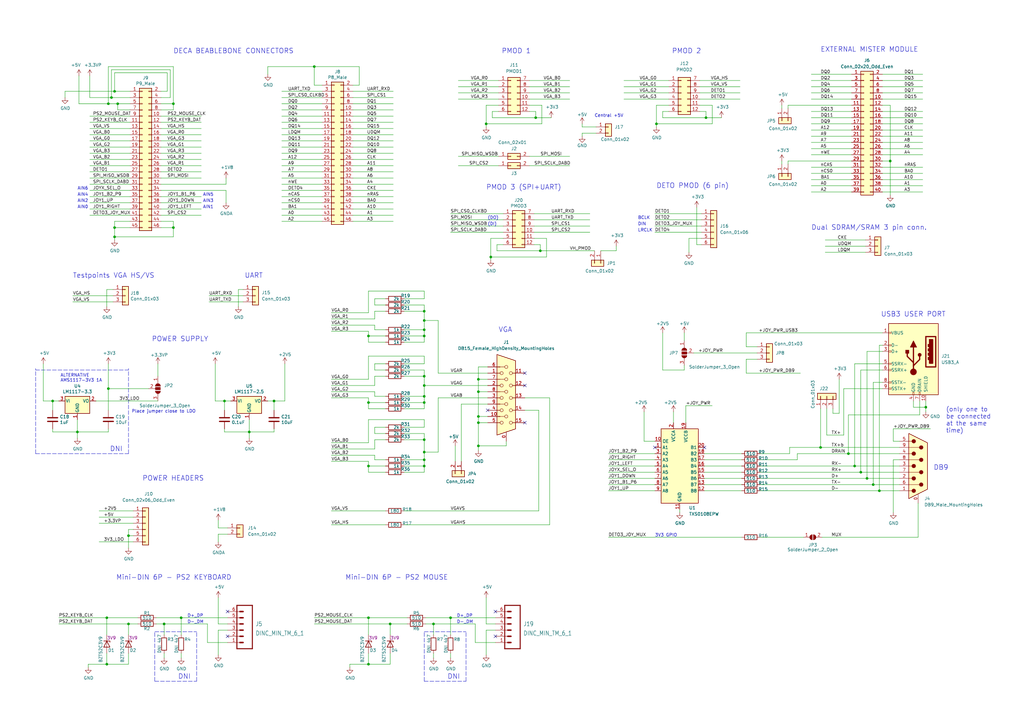
<source format=kicad_sch>
(kicad_sch (version 20211123) (generator eeschema)
  (paper "A3")
  (title_block (title "DECA RETRO CAPE 2") (date "2022-03-10") (rev "${VERSION}") (company "Hard Team Deca") (comment 2 "2022 Somhic <@somhic at telegram>") (comment 3 "License: CC-BY-SA v4.0"))
  (junction (at 173.99 191.135))
  (junction (at 43.815 253.365))
  (junction (at 173.99 154.305))
  (junction (at 45.72 40.005))
  (junction (at 102.235 177.165))
  (junction (at 46.99 97.155))
  (junction (at 196.215 170.815))
  (junction (at 31.75 177.165))
  (junction (at 52.705 255.905))
  (junction (at 173.99 162.56))
  (junction (at 173.99 180.34))
  (junction (at 46.99 37.465))
  (junction (at 199.39 50.8))
  (junction (at 173.99 131.445))
  (junction (at 173.99 165.1))
  (junction (at 43.815 272.415))
  (junction (at 347.98 186.055))
  (junction (at 365.125 66.04))
  (junction (at 46.99 93.345))
  (junction (at 151.13 165.1))
  (junction (at 355.6 196.215))
  (junction (at 92.075 164.465))
  (junction (at 184.785 253.365))
  (junction (at 177.8 255.905))
  (junction (at 52.705 219.71))
  (junction (at 112.395 164.465))
  (junction (at 44.45 42.545))
  (junction (at 221.615 102.87))
  (junction (at 151.13 253.365))
  (junction (at 173.99 127.635))
  (junction (at 128.905 27.305))
  (junction (at 350.52 191.135))
  (junction (at 173.99 188.595))
  (junction (at 48.26 42.545))
  (junction (at 196.215 155.575))
  (junction (at 336.55 183.515))
  (junction (at 173.99 185.42))
  (junction (at 21.59 164.465))
  (junction (at 173.99 137.795))
  (junction (at 71.12 93.345))
  (junction (at 201.295 105.41))
  (junction (at 196.215 182.88))
  (junction (at 151.13 191.135))
  (junction (at 151.13 272.415))
  (junction (at 358.14 198.755))
  (junction (at 269.24 50.8))
  (junction (at 67.31 255.905))
  (junction (at 289.56 48.26))
  (junction (at 71.12 42.545))
  (junction (at 74.295 253.365))
  (junction (at 173.99 135.255))
  (junction (at 160.02 255.905))
  (junction (at 44.45 159.385))
  (junction (at 379.73 167.005))
  (junction (at 196.215 173.355))
  (junction (at 151.13 137.795))
  (junction (at 173.99 158.115))
  (junction (at 219.71 48.26))
  (junction (at 353.06 193.675))
  (junction (at 360.68 201.295))
  (junction (at 196.215 160.655))
  (no_connect (at 288.925 183.515))
  (no_connect (at 268.605 183.515))
  (no_connect (at 203.2 250.825))
  (no_connect (at 215.265 173.355))
  (no_connect (at 215.265 158.115))
  (no_connect (at 93.345 250.825))
  (no_connect (at 203.2 260.985))
  (no_connect (at 200.025 168.275))
  (no_connect (at 93.345 260.985))
  (no_connect (at 215.265 153.035))
  (wire (pts (xy 306.07 153.035) (xy 328.295 153.035)))
  (wire (pts (xy 320.675 66.04) (xy 320.675 67.31)))
  (wire (pts (xy 360.68 141.605) (xy 360.68 201.295)))
  (wire (pts (xy 71.12 45.085) (xy 66.04 45.085)))
  (wire (pts (xy 361.95 149.225) (xy 350.52 149.225)))
  (wire (pts (xy 161.29 65.405) (xy 144.78 65.405)))
  (wire (pts (xy 350.52 149.225) (xy 350.52 191.135)))
  (wire (pts (xy 165.735 175.26) (xy 173.99 175.26)))
  (wire (pts (xy 173.99 135.255) (xy 173.99 137.795)))
  (wire (pts (xy 196.215 160.655) (xy 196.215 170.815)))
  (wire (pts (xy 132.08 70.485) (xy 115.57 70.485)))
  (wire (pts (xy 116.84 149.225) (xy 116.84 164.465)))
  (wire (pts (xy 196.215 150.495) (xy 196.215 155.575)))
  (wire (pts (xy 82.55 70.485) (xy 66.04 70.485)))
  (wire (pts (xy 378.46 50.8) (xy 361.95 50.8)))
  (wire (pts (xy 349.25 78.74) (xy 332.74 78.74)))
  (wire (pts (xy 271.78 48.26) (xy 289.56 48.26)))
  (wire (pts (xy 85.09 255.905) (xy 85.09 263.525)))
  (wire (pts (xy 199.39 50.8) (xy 222.25 50.8)))
  (wire (pts (xy 238.76 54.61) (xy 244.475 54.61)))
  (wire (pts (xy 339.09 178.435) (xy 346.075 178.435)))
  (wire (pts (xy 147.32 27.305) (xy 128.905 27.305)))
  (wire (pts (xy 82.55 83.185) (xy 66.04 83.185)))
  (wire (pts (xy 173.99 154.305) (xy 173.99 158.115)))
  (wire (pts (xy 233.68 64.135) (xy 217.17 64.135)))
  (wire (pts (xy 89.535 258.445) (xy 89.535 268.605)))
  (wire (pts (xy 327.025 186.055) (xy 347.98 186.055)))
  (wire (pts (xy 360.68 201.295) (xy 368.935 201.295)))
  (wire (pts (xy 165.735 165.1) (xy 173.99 165.1)))
  (wire (pts (xy 147.32 34.925) (xy 144.78 34.925)))
  (wire (pts (xy 349.25 73.66) (xy 332.74 73.66)))
  (wire (pts (xy 201.93 45.72) (xy 201.93 48.26)))
  (wire (pts (xy 306.07 142.24) (xy 306.07 136.525)))
  (wire (pts (xy 32.385 42.545) (xy 44.45 42.545)))
  (wire (pts (xy 102.235 177.165) (xy 102.235 179.705)))
  (wire (pts (xy 186.69 182.88) (xy 186.69 189.23)))
  (wire (pts (xy 196.215 182.88) (xy 196.215 184.785)))
  (wire (pts (xy 135.89 186.69) (xy 153.67 186.69)))
  (wire (pts (xy 53.34 67.945) (xy 36.83 67.945)))
  (wire (pts (xy 53.34 88.265) (xy 36.83 88.265)))
  (polyline (pts (xy 14.605 186.055) (xy 14.605 151.13)))
  (wire (pts (xy 204.47 33.02) (xy 187.96 33.02)))
  (wire (pts (xy 89.535 219.075) (xy 93.345 219.075)))
  (wire (pts (xy 222.25 50.8) (xy 222.25 43.18)))
  (wire (pts (xy 153.67 184.15) (xy 153.67 180.34)))
  (wire (pts (xy 174.625 255.905) (xy 177.8 255.905)))
  (wire (pts (xy 153.67 125.095) (xy 158.115 125.095)))
  (wire (pts (xy 160.02 260.35) (xy 160.02 255.905)))
  (wire (pts (xy 151.13 193.675) (xy 158.115 193.675)))
  (wire (pts (xy 135.89 158.115) (xy 153.67 158.115)))
  (wire (pts (xy 173.99 151.765) (xy 173.99 154.305)))
  (wire (pts (xy 219.075 95.25) (xy 241.935 95.25)))
  (wire (pts (xy 303.53 33.02) (xy 287.02 33.02)))
  (wire (pts (xy 151.13 137.795) (xy 151.13 140.335)))
  (wire (pts (xy 67.31 255.905) (xy 85.09 255.905)))
  (wire (pts (xy 238.76 55.88) (xy 238.76 54.61)))
  (wire (pts (xy 93.345 258.445) (xy 89.535 258.445)))
  (wire (pts (xy 199.39 52.07) (xy 199.39 50.8)))
  (wire (pts (xy 53.34 65.405) (xy 36.83 65.405)))
  (wire (pts (xy 60.96 159.385) (xy 44.45 159.385)))
  (wire (pts (xy 97.79 125.73) (xy 97.79 118.745)))
  (wire (pts (xy 132.08 80.645) (xy 115.57 80.645)))
  (wire (pts (xy 151.13 146.05) (xy 173.99 146.05)))
  (wire (pts (xy 165.735 193.675) (xy 173.99 193.675)))
  (wire (pts (xy 200.025 160.655) (xy 196.215 160.655)))
  (wire (pts (xy 82.55 88.265) (xy 66.04 88.265)))
  (wire (pts (xy 151.13 119.38) (xy 173.99 119.38)))
  (wire (pts (xy 288.925 196.215) (xy 304.165 196.215)))
  (wire (pts (xy 82.55 52.705) (xy 66.04 52.705)))
  (wire (pts (xy 378.46 38.1) (xy 361.95 38.1)))
  (wire (pts (xy 161.29 57.785) (xy 144.78 57.785)))
  (wire (pts (xy 179.705 153.035) (xy 200.025 153.035)))
  (wire (pts (xy 43.815 260.35) (xy 43.815 253.365)))
  (wire (pts (xy 349.25 76.2) (xy 332.74 76.2)))
  (wire (pts (xy 153.67 135.255) (xy 158.115 135.255)))
  (wire (pts (xy 24.13 253.365) (xy 43.815 253.365)))
  (wire (pts (xy 173.99 127.635) (xy 173.99 131.445)))
  (wire (pts (xy 323.215 43.18) (xy 349.25 43.18)))
  (wire (pts (xy 132.08 55.245) (xy 115.57 55.245)))
  (wire (pts (xy 165.735 135.255) (xy 173.99 135.255)))
  (wire (pts (xy 323.85 183.515) (xy 336.55 183.515)))
  (wire (pts (xy 53.34 83.185) (xy 36.83 83.185)))
  (wire (pts (xy 53.34 37.465) (xy 46.99 37.465)))
  (wire (pts (xy 374.65 167.005) (xy 379.73 167.005)))
  (wire (pts (xy 71.12 97.155) (xy 46.99 97.155)))
  (wire (pts (xy 153.67 130.81) (xy 153.67 127.635)))
  (wire (pts (xy 378.46 63.5) (xy 361.95 63.5)))
  (wire (pts (xy 45.72 40.005) (xy 53.34 40.005)))
  (wire (pts (xy 52.705 255.905) (xy 56.515 255.905)))
  (wire (pts (xy 112.395 164.465) (xy 116.84 164.465)))
  (wire (pts (xy 200.025 170.815) (xy 196.215 170.815)))
  (wire (pts (xy 204.47 43.18) (xy 199.39 43.18)))
  (wire (pts (xy 249.555 191.135) (xy 268.605 191.135)))
  (wire (pts (xy 151.13 140.335) (xy 158.115 140.335)))
  (wire (pts (xy 158.115 175.26) (xy 153.67 175.26)))
  (wire (pts (xy 135.89 184.15) (xy 153.67 184.15)))
  (wire (pts (xy 361.95 141.605) (xy 360.68 141.605)))
  (wire (pts (xy 89.535 255.905) (xy 93.345 255.905)))
  (wire (pts (xy 31.75 172.085) (xy 31.75 177.165)))
  (wire (pts (xy 21.59 168.275) (xy 21.59 164.465)))
  (wire (pts (xy 68.58 29.845) (xy 68.58 37.465)))
  (wire (pts (xy 204.47 67.945) (xy 187.96 67.945)))
  (wire (pts (xy 71.12 42.545) (xy 66.04 42.545)))
  (wire (pts (xy 43.815 253.365) (xy 56.515 253.365)))
  (wire (pts (xy 161.29 73.025) (xy 144.78 73.025)))
  (wire (pts (xy 74.295 253.365) (xy 93.345 253.365)))
  (wire (pts (xy 378.46 53.34) (xy 361.95 53.34)))
  (wire (pts (xy 268.605 95.25) (xy 287.655 95.25)))
  (wire (pts (xy 249.555 186.055) (xy 268.605 186.055)))
  (wire (pts (xy 201.295 106.68) (xy 201.295 105.41)))
  (wire (pts (xy 85.725 123.825) (xy 99.695 123.825)))
  (wire (pts (xy 153.67 133.35) (xy 153.67 135.255)))
  (wire (pts (xy 353.06 151.765) (xy 353.06 193.675)))
  (wire (pts (xy 46.355 121.285) (xy 29.845 121.285)))
  (wire (pts (xy 233.68 67.945) (xy 217.17 67.945)))
  (wire (pts (xy 249.555 201.295) (xy 268.605 201.295)))
  (wire (pts (xy 344.17 155.575) (xy 344.17 169.545)))
  (wire (pts (xy 135.89 160.655) (xy 153.67 160.655)))
  (wire (pts (xy 173.99 188.595) (xy 173.99 191.135)))
  (wire (pts (xy 347.98 170.18) (xy 347.98 186.055)))
  (wire (pts (xy 46.99 90.805) (xy 46.99 93.345)))
  (wire (pts (xy 378.46 78.74) (xy 361.95 78.74)))
  (wire (pts (xy 323.215 43.18) (xy 323.215 44.45)))
  (wire (pts (xy 311.785 201.295) (xy 360.68 201.295)))
  (wire (pts (xy 207.645 180.975) (xy 207.645 182.88)))
  (wire (pts (xy 64.135 255.905) (xy 67.31 255.905)))
  (wire (pts (xy 17.78 164.465) (xy 21.59 164.465)))
  (wire (pts (xy 285.75 85.09) (xy 285.75 100.33)))
  (wire (pts (xy 48.26 42.545) (xy 53.34 42.545)))
  (wire (pts (xy 112.395 177.165) (xy 102.235 177.165)))
  (wire (pts (xy 153.67 188.595) (xy 158.115 188.595)))
  (wire (pts (xy 311.785 220.345) (xy 329.565 220.345)))
  (wire (pts (xy 233.68 33.02) (xy 217.17 33.02)))
  (wire (pts (xy 271.78 136.525) (xy 271.78 151.765)))
  (wire (pts (xy 219.075 90.17) (xy 241.935 90.17)))
  (wire (pts (xy 269.24 50.8) (xy 292.1 50.8)))
  (wire (pts (xy 151.13 191.135) (xy 151.13 193.675)))
  (wire (pts (xy 278.765 210.185) (xy 278.765 208.915)))
  (wire (pts (xy 161.29 78.105) (xy 144.78 78.105)))
  (wire (pts (xy 158.115 137.795) (xy 151.13 137.795)))
  (wire (pts (xy 378.46 33.02) (xy 361.95 33.02)))
  (wire (pts (xy 132.08 90.805) (xy 115.57 90.805)))
  (wire (pts (xy 378.46 55.88) (xy 361.95 55.88)))
  (wire (pts (xy 219.075 92.71) (xy 241.935 92.71)))
  (wire (pts (xy 203.835 102.87) (xy 221.615 102.87)))
  (wire (pts (xy 143.51 272.415) (xy 143.51 273.685)))
  (wire (pts (xy 274.32 43.18) (xy 269.24 43.18)))
  (wire (pts (xy 153.67 160.655) (xy 153.67 162.56)))
  (wire (pts (xy 68.58 29.845) (xy 46.99 29.845)))
  (wire (pts (xy 249.555 198.755) (xy 268.605 198.755)))
  (wire (pts (xy 92.075 164.465) (xy 94.615 164.465)))
  (wire (pts (xy 161.29 75.565) (xy 144.78 75.565)))
  (wire (pts (xy 204.47 35.56) (xy 187.96 35.56)))
  (wire (pts (xy 128.905 253.365) (xy 151.13 253.365)))
  (wire (pts (xy 161.29 88.265) (xy 144.78 88.265)))
  (wire (pts (xy 204.47 40.64) (xy 187.96 40.64)))
  (wire (pts (xy 366.395 188.595) (xy 366.395 210.185)))
  (wire (pts (xy 220.98 168.275) (xy 215.265 168.275)))
  (wire (pts (xy 249.555 193.675) (xy 268.605 193.675)))
  (wire (pts (xy 378.46 40.64) (xy 361.95 40.64)))
  (wire (pts (xy 303.53 35.56) (xy 287.02 35.56)))
  (wire (pts (xy 161.29 62.865) (xy 144.78 62.865)))
  (wire (pts (xy 21.59 164.465) (xy 24.13 164.465)))
  (wire (pts (xy 36.195 272.415) (xy 43.815 272.415)))
  (wire (pts (xy 85.09 263.525) (xy 93.345 263.525)))
  (wire (pts (xy 361.95 159.385) (xy 346.075 159.385)))
  (wire (pts (xy 368.935 183.515) (xy 336.55 183.515)))
  (wire (pts (xy 165.735 125.095) (xy 173.99 125.095)))
  (wire (pts (xy 358.14 198.755) (xy 368.935 198.755)))
  (wire (pts (xy 89.535 213.36) (xy 89.535 216.535)))
  (wire (pts (xy 174.625 253.365) (xy 184.785 253.365)))
  (wire (pts (xy 151.13 267.97) (xy 151.13 272.415)))
  (wire (pts (xy 368.935 180.975) (xy 366.395 180.975)))
  (wire (pts (xy 179.705 163.195) (xy 200.025 163.195)))
  (wire (pts (xy 151.13 253.365) (xy 167.005 253.365)))
  (wire (pts (xy 132.08 78.105) (xy 115.57 78.105)))
  (wire (pts (xy 378.46 73.66) (xy 361.95 73.66)))
  (wire (pts (xy 66.04 40.005) (xy 69.85 40.005)))
  (wire (pts (xy 233.68 38.1) (xy 217.17 38.1)))
  (wire (pts (xy 132.08 65.405) (xy 115.57 65.405)))
  (wire (pts (xy 269.24 43.18) (xy 269.24 50.8)))
  (wire (pts (xy 109.855 164.465) (xy 112.395 164.465)))
  (polyline (pts (xy 173.99 279.4) (xy 173.99 259.08)))
  (wire (pts (xy 40.64 209.55) (xy 54.61 209.55)))
  (wire (pts (xy 128.905 255.905) (xy 160.02 255.905)))
  (wire (pts (xy 285.75 100.33) (xy 287.655 100.33)))
  (wire (pts (xy 252.73 102.87) (xy 252.73 100.965)))
  (wire (pts (xy 161.29 67.945) (xy 144.78 67.945)))
  (wire (pts (xy 173.99 165.1) (xy 173.99 167.64)))
  (wire (pts (xy 40.64 212.09) (xy 54.61 212.09)))
  (wire (pts (xy 173.99 172.085) (xy 173.99 175.26)))
  (wire (pts (xy 361.95 66.04) (xy 365.125 66.04)))
  (polyline (pts (xy 173.99 259.08) (xy 191.135 259.08)))
  (wire (pts (xy 349.25 33.02) (xy 332.74 33.02)))
  (wire (pts (xy 255.905 38.1) (xy 274.32 38.1)))
  (wire (pts (xy 36.83 31.115) (xy 36.83 40.005)))
  (wire (pts (xy 69.85 40.005) (xy 69.85 28.575)))
  (wire (pts (xy 64.135 253.365) (xy 74.295 253.365)))
  (wire (pts (xy 349.25 68.58) (xy 332.74 68.58)))
  (wire (pts (xy 282.575 103.505) (xy 282.575 97.79)))
  (wire (pts (xy 64.77 149.225) (xy 64.77 154.305)))
  (wire (pts (xy 54.61 219.71) (xy 52.705 219.71)))
  (wire (pts (xy 135.89 130.81) (xy 153.67 130.81)))
  (wire (pts (xy 225.425 163.195) (xy 225.425 215.265)))
  (wire (pts (xy 271.78 151.765) (xy 280.67 151.765)))
  (wire (pts (xy 173.99 131.445) (xy 173.99 135.255)))
  (wire (pts (xy 158.115 215.265) (xy 135.89 215.265)))
  (wire (pts (xy 112.395 168.275) (xy 112.395 164.465)))
  (wire (pts (xy 196.215 150.495) (xy 200.025 150.495)))
  (wire (pts (xy 68.58 37.465) (xy 66.04 37.465)))
  (wire (pts (xy 53.34 62.865) (xy 36.83 62.865)))
  (wire (pts (xy 52.705 267.97) (xy 52.705 272.415)))
  (wire (pts (xy 361.95 144.145) (xy 355.6 144.145)))
  (wire (pts (xy 179.705 185.42) (xy 179.705 163.195)))
  (wire (pts (xy 378.46 35.56) (xy 361.95 35.56)))
  (wire (pts (xy 179.705 131.445) (xy 179.705 153.035)))
  (wire (pts (xy 269.24 50.8) (xy 269.24 52.07)))
  (wire (pts (xy 74.295 267.97) (xy 74.295 269.875)))
  (wire (pts (xy 311.785 196.215) (xy 355.6 196.215)))
  (wire (pts (xy 153.67 186.69) (xy 153.67 188.595)))
  (wire (pts (xy 151.13 163.195) (xy 151.13 165.1)))
  (wire (pts (xy 310.515 142.24) (xy 306.07 142.24)))
  (wire (pts (xy 173.99 158.115) (xy 173.99 162.56)))
  (wire (pts (xy 158.115 149.225) (xy 153.67 149.225)))
  (wire (pts (xy 40.64 214.63) (xy 54.61 214.63)))
  (wire (pts (xy 151.13 167.64) (xy 158.115 167.64)))
  (wire (pts (xy 238.76 52.07) (xy 244.475 52.07)))
  (wire (pts (xy 74.295 260.35) (xy 74.295 253.365)))
  (wire (pts (xy 303.53 40.64) (xy 287.02 40.64)))
  (wire (pts (xy 264.16 180.975) (xy 268.605 180.975)))
  (wire (pts (xy 287.02 43.18) (xy 292.1 43.18)))
  (wire (pts (xy 161.29 90.805) (xy 144.78 90.805)))
  (wire (pts (xy 44.45 159.385) (xy 44.45 168.275)))
  (wire (pts (xy 45.72 28.575) (xy 45.72 40.005)))
  (wire (pts (xy 199.39 245.11) (xy 199.39 255.905)))
  (wire (pts (xy 173.99 146.05) (xy 173.99 149.225)))
  (wire (pts (xy 128.905 27.305) (xy 128.905 34.925)))
  (wire (pts (xy 53.34 85.725) (xy 36.83 85.725)))
  (wire (pts (xy 354.965 100.965) (xy 338.455 100.965)))
  (wire (pts (xy 311.785 191.135) (xy 350.52 191.135)))
  (wire (pts (xy 102.235 172.085) (xy 102.235 177.165)))
  (wire (pts (xy 349.25 45.72) (xy 332.74 45.72)))
  (wire (pts (xy 53.34 52.705) (xy 36.83 52.705)))
  (wire (pts (xy 151.13 128.27) (xy 151.13 119.38)))
  (wire (pts (xy 201.295 97.79) (xy 201.295 105.41)))
  (wire (pts (xy 46.99 93.345) (xy 46.99 97.155)))
  (wire (pts (xy 204.47 64.135) (xy 187.96 64.135)))
  (wire (pts (xy 82.55 55.245) (xy 66.04 55.245)))
  (wire (pts (xy 194.945 263.525) (xy 203.2 263.525)))
  (wire (pts (xy 40.64 222.25) (xy 54.61 222.25)))
  (wire (pts (xy 71.12 27.305) (xy 44.45 27.305)))
  (wire (pts (xy 221.615 102.87) (xy 221.615 100.33)))
  (wire (pts (xy 379.73 164.465) (xy 379.73 167.005)))
  (wire (pts (xy 132.08 62.865) (xy 115.57 62.865)))
  (wire (pts (xy 173.99 125.095) (xy 173.99 127.635)))
  (wire (pts (xy 53.34 47.625) (xy 36.83 47.625)))
  (wire (pts (xy 153.67 180.34) (xy 158.115 180.34)))
  (wire (pts (xy 378.46 68.58) (xy 361.95 68.58)))
  (wire (pts (xy 173.99 180.34) (xy 173.99 185.42)))
  (wire (pts (xy 377.19 164.465) (xy 377.19 170.18)))
  (polyline (pts (xy 63.5 279.4) (xy 80.645 279.4)))
  (wire (pts (xy 288.925 198.755) (xy 304.165 198.755)))
  (wire (pts (xy 88.265 149.225) (xy 88.265 164.465)))
  (wire (pts (xy 374.65 167.005) (xy 374.65 164.465)))
  (wire (pts (xy 189.23 165.735) (xy 200.025 165.735)))
  (wire (pts (xy 89.535 245.11) (xy 89.535 255.905)))
  (wire (pts (xy 349.25 60.96) (xy 332.74 60.96)))
  (wire (pts (xy 153.67 175.26) (xy 153.67 177.8)))
  (wire (pts (xy 349.25 50.8) (xy 332.74 50.8)))
  (wire (pts (xy 366.395 175.895) (xy 381.635 175.895)))
  (wire (pts (xy 268.605 87.63) (xy 287.655 87.63)))
  (wire (pts (xy 268.605 92.71) (xy 287.655 92.71)))
  (wire (pts (xy 158.115 165.1) (xy 151.13 165.1)))
  (wire (pts (xy 165.735 162.56) (xy 173.99 162.56)))
  (wire (pts (xy 21.59 175.895) (xy 21.59 177.165)))
  (wire (pts (xy 349.25 55.88) (xy 332.74 55.88)))
  (wire (pts (xy 189.23 189.23) (xy 189.23 165.735)))
  (wire (pts (xy 165.735 180.34) (xy 173.99 180.34)))
  (wire (pts (xy 132.08 60.325) (xy 115.57 60.325)))
  (wire (pts (xy 82.55 60.325) (xy 66.04 60.325)))
  (wire (pts (xy 323.215 67.31) (xy 323.215 66.04)))
  (wire (pts (xy 44.45 27.305) (xy 44.45 42.545)))
  (wire (pts (xy 354.965 103.505) (xy 338.455 103.505)))
  (wire (pts (xy 284.48 144.78) (xy 310.515 144.78)))
  (wire (pts (xy 165.735 154.305) (xy 173.99 154.305)))
  (wire (pts (xy 173.99 162.56) (xy 173.99 165.1)))
  (wire (pts (xy 177.8 267.97) (xy 177.8 269.875)))
  (wire (pts (xy 89.535 216.535) (xy 93.345 216.535)))
  (wire (pts (xy 203.835 100.33) (xy 203.835 102.87)))
  (wire (pts (xy 288.925 186.055) (xy 304.165 186.055)))
  (wire (pts (xy 165.735 137.795) (xy 173.99 137.795)))
  (wire (pts (xy 292.1 50.8) (xy 292.1 43.18)))
  (wire (pts (xy 204.47 38.1) (xy 187.96 38.1)))
  (wire (pts (xy 288.925 188.595) (xy 304.165 188.595)))
  (wire (pts (xy 366.395 188.595) (xy 368.935 188.595)))
  (wire (pts (xy 238.76 50.8) (xy 238.76 52.07)))
  (wire (pts (xy 109.855 27.305) (xy 128.905 27.305)))
  (wire (pts (xy 173.99 185.42) (xy 179.705 185.42)))
  (wire (pts (xy 165.735 215.265) (xy 225.425 215.265)))
  (wire (pts (xy 32.385 31.115) (xy 32.385 42.545)))
  (polyline (pts (xy 80.645 279.4) (xy 80.645 259.08)))
  (wire (pts (xy 132.08 34.925) (xy 128.905 34.925)))
  (wire (pts (xy 184.785 92.71) (xy 206.375 92.71)))
  (wire (pts (xy 132.08 37.465) (xy 115.57 37.465)))
  (wire (pts (xy 151.13 172.085) (xy 151.13 181.61)))
  (wire (pts (xy 92.075 168.275) (xy 92.075 164.465)))
  (wire (pts (xy 271.78 45.72) (xy 274.32 45.72)))
  (wire (pts (xy 132.08 67.945) (xy 115.57 67.945)))
  (wire (pts (xy 306.07 136.525) (xy 361.95 136.525)))
  (wire (pts (xy 135.89 189.23) (xy 151.13 189.23)))
  (wire (pts (xy 71.12 93.345) (xy 66.04 93.345)))
  (polyline (pts (xy 63.5 259.08) (xy 80.645 259.08)))
  (wire (pts (xy 339.09 167.64) (xy 339.09 178.435)))
  (wire (pts (xy 349.25 38.1) (xy 332.74 38.1)))
  (wire (pts (xy 66.04 90.805) (xy 71.12 90.805)))
  (wire (pts (xy 52.705 217.17) (xy 54.61 217.17)))
  (wire (pts (xy 224.155 105.41) (xy 224.155 97.79)))
  (wire (pts (xy 161.29 47.625) (xy 144.78 47.625)))
  (polyline (pts (xy 14.605 186.055) (xy 52.705 186.055)))
  (wire (pts (xy 153.67 154.305) (xy 158.115 154.305)))
  (wire (pts (xy 132.08 75.565) (xy 115.57 75.565)))
  (wire (pts (xy 349.25 58.42) (xy 332.74 58.42)))
  (wire (pts (xy 355.6 144.145) (xy 355.6 196.215)))
  (wire (pts (xy 344.17 169.545) (xy 341.63 169.545)))
  (wire (pts (xy 255.905 33.02) (xy 274.32 33.02)))
  (wire (pts (xy 306.07 153.035) (xy 306.07 147.32)))
  (wire (pts (xy 378.46 30.48) (xy 361.95 30.48)))
  (wire (pts (xy 289.56 48.26) (xy 289.56 45.72)))
  (wire (pts (xy 21.59 177.165) (xy 31.75 177.165)))
  (wire (pts (xy 92.71 78.105) (xy 92.71 83.185)))
  (wire (pts (xy 71.12 45.085) (xy 71.12 42.545)))
  (wire (pts (xy 184.785 87.63) (xy 206.375 87.63)))
  (wire (pts (xy 165.735 191.135) (xy 173.99 191.135)))
  (wire (pts (xy 151.13 165.1) (xy 151.13 167.64)))
  (wire (pts (xy 36.83 40.005) (xy 45.72 40.005)))
  (wire (pts (xy 378.46 58.42) (xy 361.95 58.42)))
  (wire (pts (xy 132.08 85.725) (xy 115.57 85.725)))
  (wire (pts (xy 203.835 100.33) (xy 206.375 100.33)))
  (wire (pts (xy 52.705 260.35) (xy 52.705 255.905)))
  (wire (pts (xy 173.99 119.38) (xy 173.99 122.555)))
  (wire (pts (xy 153.67 151.765) (xy 158.115 151.765)))
  (wire (pts (xy 201.93 48.26) (xy 219.71 48.26)))
  (wire (pts (xy 219.075 87.63) (xy 241.935 87.63)))
  (wire (pts (xy 161.29 60.325) (xy 144.78 60.325)))
  (wire (pts (xy 323.85 186.055) (xy 323.85 183.515)))
  (wire (pts (xy 82.55 47.625) (xy 66.04 47.625)))
  (wire (pts (xy 354.965 98.425) (xy 338.455 98.425)))
  (wire (pts (xy 246.38 102.87) (xy 252.73 102.87)))
  (wire (pts (xy 276.225 168.91) (xy 276.225 173.355)))
  (wire (pts (xy 135.89 135.89) (xy 151.13 135.89)))
  (wire (pts (xy 365.125 43.18) (xy 361.95 43.18)))
  (wire (pts (xy 53.34 70.485) (xy 36.83 70.485)))
  (wire (pts (xy 132.08 50.165) (xy 115.57 50.165)))
  (wire (pts (xy 196.215 173.355) (xy 196.215 182.88)))
  (polyline (pts (xy 14.605 151.765) (xy 52.705 151.765)))
  (wire (pts (xy 151.13 260.35) (xy 151.13 253.365)))
  (wire (pts (xy 39.37 164.465) (xy 64.77 164.465)))
  (wire (pts (xy 219.71 48.26) (xy 219.71 45.72)))
  (wire (pts (xy 177.8 260.35) (xy 177.8 255.905)))
  (wire (pts (xy 280.67 151.765) (xy 280.67 149.86)))
  (wire (pts (xy 200.025 155.575) (xy 196.215 155.575)))
  (wire (pts (xy 377.19 170.18) (xy 347.98 170.18)))
  (wire (pts (xy 53.34 80.645) (xy 36.83 80.645)))
  (wire (pts (xy 26.67 40.005) (xy 26.67 37.465)))
  (wire (pts (xy 165.735 122.555) (xy 173.99 122.555)))
  (wire (pts (xy 43.815 267.97) (xy 43.815 272.415)))
  (wire (pts (xy 53.34 60.325) (xy 36.83 60.325)))
  (wire (pts (xy 165.735 151.765) (xy 173.99 151.765)))
  (wire (pts (xy 31.75 177.165) (xy 31.75 179.705)))
  (wire (pts (xy 82.55 85.725) (xy 66.04 85.725)))
  (wire (pts (xy 158.115 122.555) (xy 153.67 122.555)))
  (wire (pts (xy 29.845 123.825) (xy 46.355 123.825)))
  (wire (pts (xy 280.67 136.525) (xy 280.67 139.7)))
  (wire (pts (xy 327.025 188.595) (xy 327.025 186.055)))
  (wire (pts (xy 201.295 105.41) (xy 224.155 105.41)))
  (wire (pts (xy 109.855 27.305) (xy 109.855 30.48)))
  (wire (pts (xy 349.25 71.12) (xy 332.74 71.12)))
  (wire (pts (xy 151.13 181.61) (xy 135.89 181.61)))
  (wire (pts (xy 151.13 155.575) (xy 135.89 155.575)))
  (wire (pts (xy 165.735 127.635) (xy 173.99 127.635)))
  (wire (pts (xy 160.02 255.905) (xy 167.005 255.905)))
  (wire (pts (xy 26.67 37.465) (xy 46.99 37.465)))
  (wire (pts (xy 132.08 42.545) (xy 115.57 42.545)))
  (wire (pts (xy 165.735 149.225) (xy 173.99 149.225)))
  (wire (pts (xy 92.075 175.895) (xy 92.075 177.165)))
  (wire (pts (xy 233.68 40.64) (xy 217.17 40.64)))
  (wire (pts (xy 224.155 97.79) (xy 219.075 97.79)))
  (wire (pts (xy 288.925 193.675) (xy 304.165 193.675)))
  (wire (pts (xy 173.99 131.445) (xy 179.705 131.445)))
  (wire (pts (xy 378.46 45.72) (xy 361.95 45.72)))
  (wire (pts (xy 160.02 267.97) (xy 160.02 272.415)))
  (wire (pts (xy 173.99 158.115) (xy 200.025 158.115)))
  (wire (pts (xy 177.8 255.905) (xy 194.945 255.905)))
  (wire (pts (xy 82.55 57.785) (xy 66.04 57.785)))
  (wire (pts (xy 89.535 222.25) (xy 89.535 219.075)))
  (wire (pts (xy 289.56 48.26) (xy 295.91 48.26)))
  (wire (pts (xy 92.71 75.565) (xy 92.71 73.025)))
  (wire (pts (xy 303.53 38.1) (xy 287.02 38.1)))
  (wire (pts (xy 281.305 166.37) (xy 292.1 166.37)))
  (wire (pts (xy 320.675 43.18) (xy 320.675 44.45)))
  (wire (pts (xy 112.395 175.895) (xy 112.395 177.165)))
  (wire (pts (xy 53.34 50.165) (xy 36.83 50.165)))
  (wire (pts (xy 132.08 45.085) (xy 115.57 45.085)))
  (wire (pts (xy 161.29 83.185) (xy 144.78 83.185)))
  (wire (pts (xy 361.95 151.765) (xy 353.06 151.765)))
  (wire (pts (xy 82.55 67.945) (xy 66.04 67.945)))
  (wire (pts (xy 336.55 167.64) (xy 336.55 183.515)))
  (wire (pts (xy 85.725 121.285) (xy 99.695 121.285)))
  (wire (pts (xy 365.125 80.01) (xy 365.125 66.04)))
  (wire (pts (xy 158.115 209.55) (xy 135.89 209.55)))
  (wire (pts (xy 53.34 93.345) (xy 46.99 93.345)))
  (wire (pts (xy 353.06 193.675) (xy 368.935 193.675)))
  (wire (pts (xy 151.13 146.05) (xy 151.13 155.575)))
  (wire (pts (xy 44.45 177.165) (xy 31.75 177.165)))
  (wire (pts (xy 161.29 45.085) (xy 144.78 45.085)))
  (wire (pts (xy 349.25 48.26) (xy 332.74 48.26)))
  (wire (pts (xy 24.13 255.905) (xy 52.705 255.905)))
  (wire (pts (xy 153.67 127.635) (xy 158.115 127.635)))
  (wire (pts (xy 378.46 48.26) (xy 361.95 48.26)))
  (wire (pts (xy 355.6 196.215) (xy 368.935 196.215)))
  (wire (pts (xy 161.29 80.645) (xy 144.78 80.645)))
  (wire (pts (xy 135.89 133.35) (xy 153.67 133.35)))
  (wire (pts (xy 82.55 73.025) (xy 66.04 73.025)))
  (wire (pts (xy 132.08 88.265) (xy 115.57 88.265)))
  (wire (pts (xy 46.99 29.845) (xy 46.99 37.465)))
  (wire (pts (xy 53.34 45.085) (xy 48.26 45.085)))
  (wire (pts (xy 48.26 45.085) (xy 48.26 42.545)))
  (wire (pts (xy 306.07 147.32) (xy 310.515 147.32)))
  (wire (pts (xy 349.25 53.34) (xy 332.74 53.34)))
  (wire (pts (xy 44.45 175.895) (xy 44.45 177.165)))
  (wire (pts (xy 196.215 155.575) (xy 196.215 160.655)))
  (wire (pts (xy 165.735 140.335) (xy 173.99 140.335)))
  (wire (pts (xy 82.55 62.865) (xy 66.04 62.865)))
  (wire (pts (xy 288.925 191.135) (xy 304.165 191.135)))
  (wire (pts (xy 221.615 102.87) (xy 243.84 102.87)))
  (wire (pts (xy 349.25 40.64) (xy 332.74 40.64)))
  (wire (pts (xy 88.265 164.465) (xy 92.075 164.465)))
  (wire (pts (xy 255.905 35.56) (xy 274.32 35.56)))
  (wire (pts (xy 199.39 258.445) (xy 199.39 268.605)))
  (wire (pts (xy 249.555 220.345) (xy 304.165 220.345)))
  (wire (pts (xy 161.29 37.465) (xy 144.78 37.465)))
  (wire (pts (xy 346.075 159.385) (xy 346.075 178.435)))
  (wire (pts (xy 132.08 40.005) (xy 115.57 40.005)))
  (wire (pts (xy 66.04 75.565) (xy 92.71 75.565)))
  (wire (pts (xy 196.215 170.815) (xy 196.215 173.355)))
  (wire (pts (xy 201.93 45.72) (xy 204.47 45.72)))
  (wire (pts (xy 233.68 35.56) (xy 217.17 35.56)))
  (wire (pts (xy 349.25 35.56) (xy 332.74 35.56)))
  (wire (pts (xy 264.16 168.91) (xy 264.16 180.975)))
  (polyline (pts (xy 191.135 279.4) (xy 191.135 259.08)))
  (wire (pts (xy 268.605 90.17) (xy 287.655 90.17)))
  (wire (pts (xy 153.67 162.56) (xy 158.115 162.56)))
  (wire (pts (xy 161.29 70.485) (xy 144.78 70.485)))
  (wire (pts (xy 165.735 188.595) (xy 173.99 188.595)))
  (wire (pts (xy 173.99 191.135) (xy 173.99 193.675)))
  (wire (pts (xy 67.31 260.35) (xy 67.31 255.905)))
  (wire (pts (xy 200.025 173.355) (xy 196.215 173.355)))
  (wire (pts (xy 69.85 28.575) (xy 45.72 28.575)))
  (wire (pts (xy 281.305 166.37) (xy 281.305 173.355)))
  (wire (pts (xy 249.555 196.215) (xy 268.605 196.215)))
  (wire (pts (xy 349.25 63.5) (xy 332.74 63.5)))
  (wire (pts (xy 184.785 90.17) (xy 206.375 90.17)))
  (wire (pts (xy 92.075 177.165) (xy 102.235 177.165)))
  (wire (pts (xy 221.615 100.33) (xy 219.075 100.33)))
  (wire (pts (xy 184.785 95.25) (xy 206.375 95.25)))
  (wire (pts (xy 347.98 186.055) (xy 368.935 186.055)))
  (wire (pts (xy 66.04 78.105) (xy 92.71 78.105)))
  (wire (pts (xy 151.13 272.415) (xy 160.02 272.415)))
  (wire (pts (xy 97.79 118.745) (xy 99.695 118.745)))
  (wire (pts (xy 173.99 177.8) (xy 173.99 180.34)))
  (wire (pts (xy 52.705 224.79) (xy 52.705 219.71)))
  (wire (pts (xy 217.17 43.18) (xy 222.25 43.18)))
  (wire (pts (xy 36.195 272.415) (xy 36.195 273.685)))
  (wire (pts (xy 135.89 163.195) (xy 151.13 163.195)))
  (wire (pts (xy 132.08 83.185) (xy 115.57 83.185)))
  (wire (pts (xy 282.575 97.79) (xy 287.655 97.79)))
  (wire (pts (xy 132.08 52.705) (xy 115.57 52.705)))
  (wire (pts (xy 215.265 163.195) (xy 225.425 163.195)))
  (wire (pts (xy 151.13 172.085) (xy 173.99 172.085)))
  (wire (pts (xy 82.55 80.645) (xy 66.04 80.645)))
  (wire (pts (xy 219.71 48.26) (xy 226.06 48.26)))
  (wire (pts (xy 153.67 177.8) (xy 158.115 177.8)))
  (wire (pts (xy 161.29 85.725) (xy 144.78 85.725)))
  (wire (pts (xy 132.08 47.625) (xy 115.57 47.625)))
  (wire (pts (xy 199.39 255.905) (xy 203.2 255.905)))
  (wire (pts (xy 219.71 45.72) (xy 217.17 45.72)))
  (wire (pts (xy 379.73 168.91) (xy 379.73 167.005)))
  (wire (pts (xy 194.945 255.905) (xy 194.945 263.525)))
  (wire (pts (xy 43.815 125.73) (xy 43.815 118.745)))
  (wire (pts (xy 350.52 191.135) (xy 368.935 191.135)))
  (wire (pts (xy 376.555 206.375) (xy 376.555 220.345)))
  (wire (pts (xy 311.785 198.755) (xy 358.14 198.755)))
  (wire (pts (xy 337.185 220.345) (xy 376.555 220.345)))
  (wire (pts (xy 173.99 137.795) (xy 173.99 140.335)))
  (wire (pts (xy 71.12 90.805) (xy 71.12 93.345)))
  (wire (pts (xy 341.63 169.545) (xy 341.63 167.64)))
  (wire (pts (xy 153.67 149.225) (xy 153.67 151.765)))
  (wire (pts (xy 206.375 97.79) (xy 201.295 97.79)))
  (wire (pts (xy 288.925 201.295) (xy 304.165 201.295)))
  (wire (pts (xy 365.125 66.04) (xy 365.125 43.18)))
  (wire (pts (xy 53.34 55.245) (xy 36.83 55.245)))
  (wire (pts (xy 53.34 73.025) (xy 36.83 73.025)))
  (wire (pts (xy 53.34 75.565) (xy 36.83 75.565)))
  (wire (pts (xy 82.55 50.165) (xy 66.04 50.165)))
  (wire (pts (xy 44.45 42.545) (xy 48.26 42.545)))
  (wire (pts (xy 161.29 42.545) (xy 144.78 42.545)))
  (wire (pts (xy 43.815 118.745) (xy 46.355 118.745)))
  (polyline (pts (xy 63.5 279.4) (xy 63.5 259.08)))
  (wire (pts (xy 132.08 57.785) (xy 115.57 57.785)))
  (wire (pts (xy 199.39 43.18) (xy 199.39 50.8)))
  (wire (pts (xy 132.08 73.025) (xy 115.57 73.025)))
  (wire (pts (xy 151.13 135.89) (xy 151.13 137.795)))
  (wire (pts (xy 358.14 156.845) (xy 358.14 198.755)))
  (wire (pts (xy 378.46 71.12) (xy 361.95 71.12)))
  (wire (pts (xy 311.785 193.675) (xy 353.06 193.675)))
  (polyline (pts (xy 173.99 279.4) (xy 191.135 279.4)))
  (wire (pts (xy 161.29 40.005) (xy 144.78 40.005)))
  (wire (pts (xy 71.12 42.545) (xy 71.12 27.305)))
  (wire (pts (xy 161.29 50.165) (xy 144.78 50.165)))
  (wire (pts (xy 184.785 260.35) (xy 184.785 253.365)))
  (wire (pts (xy 184.785 267.97) (xy 184.785 269.875)))
  (wire (pts (xy 378.46 60.96) (xy 361.95 60.96)))
  (wire (pts (xy 361.95 156.845) (xy 358.14 156.845)))
  (wire (pts (xy 43.815 272.415) (xy 52.705 272.415)))
  (wire (pts (xy 289.56 45.72) (xy 287.02 45.72)))
  (wire (pts (xy 378.46 76.2) (xy 361.95 76.2)))
  (wire (pts (xy 165.735 209.55) (xy 220.98 209.55)))
  (wire (pts (xy 249.555 188.595) (xy 268.605 188.595)))
  (polyline (pts (xy 52.705 186.055) (xy 52.705 151.13)))
  (wire (pts (xy 207.645 182.88) (xy 196.215 182.88)))
  (wire (pts (xy 271.78 45.72) (xy 271.78 48.26)))
  (wire (pts (xy 311.785 186.055) (xy 323.85 186.055)))
  (wire (pts (xy 366.395 175.895) (xy 366.395 180.975)))
  (wire (pts (xy 153.67 122.555) (xy 153.67 125.095)))
  (wire (pts (xy 165.735 177.8) (xy 173.99 177.8)))
  (wire (pts (xy 349.25 30.48) (xy 332.74 30.48)))
  (wire (pts (xy 173.99 185.42) (xy 173.99 188.595)))
  (wire (pts (xy 311.785 188.595) (xy 327.025 188.595)))
  (wire (pts (xy 46.99 97.155) (xy 46.99 98.425)))
  (wire (pts (xy 147.32 34.925) (xy 147.32 27.305)))
  (wire (pts (xy 158.115 191.135) (xy 151.13 191.135)))
  (wire (pts (xy 67.31 267.97) (xy 67.31 269.875)))
  (wire (pts (xy 17.78 149.225) (xy 17.78 164.465)))
  (wire (pts (xy 82.55 65.405) (xy 66.04 65.405)))
  (wire (pts (xy 71.12 93.345) (xy 71.12 97.155)))
  (wire (pts (xy 151.13 128.27) (xy 135.89 128.27)))
  (wire (pts (xy 53.34 90.805) (xy 46.99 90.805)))
  (wire (pts (xy 53.34 57.785) (xy 36.83 57.785)))
  (wire (pts (xy 151.13 189.23) (xy 151.13 191.135)))
  (wire (pts (xy 161.29 55.245) (xy 144.78 55.245)))
  (wire (pts (xy 52.705 217.17) (xy 52.705 219.71)))
  (wire (pts (xy 255.905 40.64) (xy 274.32 40.64)))
  (wire (pts (xy 161.29 52.705) (xy 144.78 52.705)))
  (wire (pts (xy 53.34 78.105) (xy 36.83 78.105)))
  (wire (pts (xy 153.67 158.115) (xy 153.67 154.305)))
  (wire (pts (xy 184.785 253.365) (xy 203.2 253.365)))
  (wire (pts (xy 220.98 168.275) (xy 220.98 209.55)))
  (wire (pts (xy 203.2 258.445) (xy 199.39 258.445)))
  (wire (pts (xy 165.735 167.64) (xy 173.99 167.64)))
  (wire (pts (xy 44.45 149.225) (xy 44.45 159.385)))
  (wire (pts (xy 143.51 272.415) (xy 151.13 272.415)))
  (wire (pts (xy 323.215 66.04) (xy 349.25 66.04)))
  (text "DNI" (at 183.515 278.765 0) (effects (font (size 2 2)) (justify left bottom)))
  (text "D-_DM" (at 76.835 255.905 0) (effects (font (size 1.27 1.27)) (justify left bottom)))
  (text "POWER HEADERS" (at 58.42 197.485 0) (effects (font (size 2 2)) (justify left bottom)))
  (text "ALTERNATIVE \nAMS1117-3V3 1A" (at 24.765 156.845 0) (effects (font (size 1.27 1.27)) (justify left bottom)))
  (text "Testpoints VGA HS/VS" (at 29.845 114.3 0) (effects (font (size 2 2)) (justify left bottom)))
  (text "Dual SDRAM/SRAM 3 pin conn." (at 332.74 94.615 0) (effects (font (size 2 2)) (justify left bottom)))
  (text "AIN2" (at 31.75 83.185 0) (effects (font (size 1.27 1.27)) (justify left bottom)))
  (text "BCLK" (at 261.62 90.17 0) (effects (font (size 1.27 1.27)) (justify left bottom)))
  (text "AIN6" (at 31.75 78.105 0) (effects (font (size 1.27 1.27)) (justify left bottom)))
  (text "Central +5V" (at 243.84 48.26 0) (effects (font (size 1.27 1.27)) (justify left bottom)))
  (text "PMOD 2" (at 275.59 22.225 0) (effects (font (size 2 2)) (justify left bottom)))
  (text "PMOD 1" (at 205.74 22.225 0) (effects (font (size 2 2)) (justify left bottom)))
  (text "D+_DP" (at 187.325 253.365 0) (effects (font (size 1.27 1.27)) (justify left bottom)))
  (text "DB9" (at 382.905 193.04 0) (effects (font (size 2 2)) (justify left bottom)))
  (text "DIN" (at 261.62 92.71 0) (effects (font (size 1.27 1.27)) (justify left bottom)))
  (text "(only one to \nbe connected\nat the same\ntime)" (at 387.985 177.8 0) (effects (font (size 1.8 1.8)) (justify left bottom)))
  (text "POWER SUPPLY" (at 62.23 140.335 0) (effects (font (size 2 2)) (justify left bottom)))
  (text "DNI" (at 45.085 185.42 0) (effects (font (size 2 2)) (justify left bottom)))
  (text "LRCLK" (at 261.62 95.25 0) (effects (font (size 1.27 1.27)) (justify left bottom)))
  (text "AIN5" (at 83.185 80.645 0) (effects (font (size 1.27 1.27)) (justify left bottom)))
  (text "DECA BEABLEBONE CONNECTORS" (at 71.12 22.225 0) (effects (font (size 2 2)) (justify left bottom)))
  (text "(DI)" (at 200.025 92.71 0) (effects (font (size 1.27 1.27)) (justify left bottom)))
  (text "AIN0" (at 31.75 85.725 0) (effects (font (size 1.27 1.27)) (justify left bottom)))
  (text "3V3 GPIO" (at 268.605 220.345 0) (effects (font (size 1.27 1.27)) (justify left bottom)))
  (text "AIN4" (at 31.75 80.645 0) (effects (font (size 1.27 1.27)) (justify left bottom)))
  (text "Place jumper close to LDO" (at 53.975 169.545 0) (effects (font (size 1.27 1.27)) (justify left bottom)))
  (text "USB3 USER PORT" (at 361.315 130.175 0) (effects (font (size 2 2)) (justify left bottom)))
  (text "AIN3" (at 83.185 83.185 0) (effects (font (size 1.27 1.27)) (justify left bottom)))
  (text "D-_DM" (at 187.325 255.905 0) (effects (font (size 1.27 1.27)) (justify left bottom)))
  (text "DNI" (at 73.025 278.765 0) (effects (font (size 2 2)) (justify left bottom)))
  (text "Mini-DIN 6P - PS2 MOUSE" (at 141.605 238.125 0) (effects (font (size 2 2)) (justify left bottom)))
  (text "PMOD 3 (SPI+UART)" (at 199.39 78.105 0) (effects (font (size 2 2)) (justify left bottom)))
  (text "UART" (at 100.33 114.3 0) (effects (font (size 2 2)) (justify left bottom)))
  (text "D+_DP" (at 76.835 253.365 0) (effects (font (size 1.27 1.27)) (justify left bottom)))
  (text "Mini-DIN 6P - PS2 KEYBOARD" (at 47.625 238.125 0) (effects (font (size 2 2)) (justify left bottom)))
  (text "DETO PMOD (6 pin)" (at 269.24 77.47 0) (effects (font (size 2 2)) (justify left bottom)))
  (text "(DO)" (at 200.025 90.17 0) (effects (font (size 1.27 1.27)) (justify left bottom)))
  (text "EXTERNAL MISTER MODULE" (at 336.55 21.59 0) (effects (font (size 2 2)) (justify left bottom)))
  (text "AIN1" (at 83.185 85.725 0) (effects (font (size 1.27 1.27)) (justify left bottom)))
  (text "VGA" (at 204.47 136.525 0) (effects (font (size 2 2)) (justify left bottom)))
  (label "JOYX_SEL_O" (at 38.1 78.105 0))
  (label "VGAB" (at 184.785 163.195 0))
  (label "SPI_CS2" (at 192.405 67.945 0))
  (label "VGA_VS" (at 135.89 209.55 0))
  (label "VGA_R1" (at 135.89 130.81 0))
  (label "VGA_G1" (at 135.89 158.115 0))
  (label "UART_TXD" (at 85.725 123.825 0))
  (label "VGAG" (at 184.785 158.115 0))
  (label "VGA_B3" (at 38.1 62.865 0))
  (label "+3.3VP" (at 42.545 214.63 0))
  (label "A8" (at 150.495 70.485 0))
  (label "SPI_MISO_WSDB" (at 38.1 73.025 0))
  (label "TX+b" (at 340.995 183.515 0))
  (label "VGA_R2" (at 193.04 38.1 0))
  (label "DETO1" (at 268.605 87.63 0))
  (label "DQ5" (at 150.495 47.625 0))
  (label "BA1" (at 118.11 85.725 0))
  (label "+JOY_PWR_DB9" (at 366.395 175.895 0))
  (label "nCS0" (at 118.11 83.185 0))
  (label "DQ9" (at 118.11 62.865 0))
  (label "VGA_VS" (at 38.1 52.705 0))
  (label "DQ6" (at 118.11 50.165 0))
  (label "VGA_R0" (at 193.04 33.02 0))
  (label "PS2_KEYB_DAT" (at 24.13 255.905 0))
  (label "DETO2" (at 268.605 90.17 0))
  (label "PS2_KEYB_CLK" (at 38.1 50.165 0))
  (label "DQ10" (at 370.84 48.26 0))
  (label "nWE" (at 118.11 75.565 0))
  (label "LDQM" (at 118.11 55.245 0))
  (label "VGA_G3" (at 135.89 163.195 0))
  (label "TX-" (at 340.995 198.755 0))
  (label "JOY1_B1_P6" (at 249.555 198.755 0))
  (label "A11" (at 370.84 55.88 0))
  (label "DETO3_JOY_MUX" (at 249.555 220.345 0))
  (label "D-" (at 340.995 201.295 0))
  (label "VH_PMOD" (at 233.68 102.87 0) (effects (font (size 1.2446 1.2446))))
  (label "SPI_MOSI" (at 221.615 64.135 0))
  (label "UART_RXD" (at 226.06 87.63 0))
  (label "VGA_HS" (at 291.465 33.02 0))
  (label "VGA_B1" (at 38.1 67.945 0))
  (label "nWE" (at 336.55 63.5 0))
  (label "JOY1_UP" (at 249.555 201.295 0))
  (label "A1" (at 370.84 76.2 0))
  (label "JOY1_UP" (at 38.1 83.185 0))
  (label "+2V5" (at 42.545 209.55 0))
  (label "DQ11" (at 118.11 60.325 0))
  (label "SPI_CS1" (at 150.495 40.005 0))
  (label "DETO3_JOY_MUX" (at 38.1 88.265 0))
  (label "VGA_R3" (at 193.04 40.64 0))
  (label "DETO4" (at 118.11 78.105 0))
  (label "A5" (at 336.55 60.96 0))
  (label "A1" (at 150.495 88.265 0))
  (label "VGA_HS" (at 68.58 52.705 0))
  (label "JOY1_DOWN" (at 249.555 196.215 0))
  (label "PS2_MOUSE_CLK" (at 128.905 253.365 0))
  (label "PS2_MOUSE_CLK" (at 68.58 47.625 0))
  (label "VGA_G2" (at 135.89 160.655 0))
  (label "UART_RXD" (at 150.495 37.465 0))
  (label "TX+" (at 340.995 178.435 0))
  (label "+JOY_PWR" (at 286.385 144.78 0))
  (label "DETO3_JOY_MUX" (at 268.605 92.71 0))
  (label "VGA_R0" (at 135.89 128.27 0))
  (label "A7" (at 336.55 58.42 0))
  (label "VGA_G3" (at 262.255 40.64 0))
  (label "VGA_B3" (at 222.885 40.64 0))
  (label "SPI_SCLK_DABD" (at 219.075 67.945 0))
  (label "SPI_MISO_WSDB" (at 189.23 64.135 0))
  (label "DQ0" (at 336.55 30.48 0))
  (label "+5V" (at 42.545 212.09 0))
  (label "DQ12" (at 370.84 45.72 0))
  (label "SPI_CS0_CLKBD" (at 184.785 87.63 0))
  (label "nCS0" (at 336.55 71.12 0))
  (label "A9" (at 336.55 55.88 0))
  (label "VGA_G0" (at 262.255 33.02 0))
  (label "3V3_LDO" (at 42.545 222.25 0))
  (label "VGA_B1" (at 135.89 184.15 0))
  (label "A3" (at 370.84 78.74 0))
  (label "VGA_R3" (at 135.89 135.89 0))
  (label "JOY1_DOWN" (at 68.58 83.185 0))
  (label "A4" (at 370.84 63.5 0))
  (label "DQ10" (at 150.495 60.325 0))
  (label "A10" (at 150.495 85.725 0))
  (label "+JOY_PWR_USB3" (at 311.15 136.525 0))
  (label "JOY1_LEFT" (at 249.555 191.135 0))
  (label "UART_TXD" (at 118.11 37.465 0))
  (label "VGA_G0" (at 135.89 155.575 0))
  (label "CKE" (at 150.495 78.105 0))
  (label "DETO2" (at 68.58 70.485 0))
  (label "VGA_B2" (at 135.89 186.69 0))
  (label "DRAIN" (at 340.995 186.055 0))
  (label "VGA_B0" (at 222.885 33.02 0))
  (label "BA0" (at 370.84 71.12 0))
  (label "JOY1_B2_P9" (at 38.1 80.645 0))
  (label "nRAS" (at 150.495 80.645 0))
  (label "UART_TXD" (at 226.06 90.17 0))
  (label "PS2_MOUSE_DAT" (at 38.1 47.625 0))
  (label "CLK" (at 370.84 53.34 0))
  (label "VGA_B0" (at 135.89 181.61 0))
  (label "A6" (at 150.495 73.025 0))
  (label "+JOY_PWR" (at 281.305 166.37 0))
  (label "DQ13" (at 118.11 57.785 0))
  (label "DQ8" (at 370.84 50.8 0))
  (label "SPI_CS1" (at 226.06 92.71 0))
  (label "A2" (at 336.55 78.74 0))
  (label "DQ2" (at 118.11 45.085 0))
  (label "VGA_G0" (at 38.1 57.785 0))
  (label "VGA_VS" (at 29.845 123.825 0))
  (label "VGA_B3" (at 135.89 189.23 0))
  (label "nRAS" (at 370.84 68.58 0))
  (label "DQ15" (at 370.84 40.64 0))
  (label "SPI_MOSI" (at 68.58 73.025 0))
  (label "SPI_MOSI" (at 184.785 90.17 0))
  (label "DQ14" (at 336.55 40.64 0))
  (label "SPI_SCLK_DABD" (at 184.785 95.25 0))
  (label "DETO2" (at 291.465 40.64 0))
  (label "UDQM" (at 343.535 100.965 0))
  (label "VGA_R2" (at 135.89 133.35 0))
  (label "A7" (at 118.11 70.485 0))
  (label "DQ12" (at 150.495 57.785 0))
  (label "VGA_B2" (at 38.1 65.405 0))
  (label "VGA_G2" (at 38.1 60.325 0))
  (label "VGA_B1" (at 222.885 35.56 0))
  (label "VGAR" (at 184.785 153.035 0))
  (label "DETO4" (at 268.605 95.25 0))
  (label "CLK" (at 150.495 65.405 0))
  (label "RX-" (at 340.995 191.135 0))
  (label "DQ13" (at 336.55 45.72 0))
  (label "PS2_MOUSE_DAT" (at 128.905 255.905 0))
  (label "DQ14" (at 118.11 52.705 0))
  (label "SPI_CS0_CLKBD" (at 118.11 40.005 0))
  (label "DQ4" (at 118.11 47.625 0))
  (label "JOYX_SEL_O" (at 249.555 193.675 0))
  (label "VGA_HS" (at 29.845 121.285 0))
  (label "DQ8" (at 150.495 62.865 0))
  (label "A9" (at 118.11 67.945 0))
  (label "LDQM" (at 343.535 103.505 0))
  (label "VGAHS" (at 184.785 215.265 0))
  (label "VGA_R3" (at 68.58 62.865 0))
  (label "VGA_G2" (at 262.255 38.1 0))
  (label "DQ4" (at 336.55 35.56 0))
  (label "A5" (at 118.11 73.025 0))
  (label "DETO1" (at 38.1 70.485 0))
  (label "+JOY_PWR_DB9" (at 311.15 153.035 0))
  (label "VGA_G1" (at 262.255 35.56 0))
  (label "VGA_G3" (at 68.58 57.785 0))
  (label "A0" (at 336.55 76.2 0))
  (label "RX+" (at 340.995 193.675 0))
  (label "VGA_B2" (at 222.885 38.1 0))
  (label "JOY1_RIGHT" (at 38.1 85.725 0))
  (label "UDQM" (at 150.495 55.245 0))
  (label "BA1" (at 336.55 73.66 0))
  (label "A6" (at 370.84 60.96 0))
  (label "PS2_KEYB_DAT" (at 68.58 50.165 0))
  (label "DETO1" (at 291.465 38.1 0))
  (label "DQ1" (at 370.84 30.48 0))
  (label "SPI_MISO_WSDB" (at 184.785 92.71 0))
  (label "DQ5" (at 370.84 35.56 0))
  (label "A12" (at 118.11 65.405 0))
  (label "DQ1" (at 150.495 42.545 0))
  (label "A3" (at 150.495 90.805 0))
  (label "VGA_VS" (at 291.465 35.56 0))
  (label "nCAS" (at 336.55 68.58 0))
  (label "VGA_R0" (at 68.58 55.245 0))
  (label "MUX" (at 340.995 220.345 0))
  (label "DQ7" (at 370.84 38.1 0))
  (label "PS2_KEYB_CLK" (at 24.13 253.365 0))
  (label "A8" (at 370.84 58.42 0))
  (label "DQ3" (at 150.495 45.085 0))
  (label "VGA_R1" (at 193.04 35.56 0))
  (label "BA0" (at 150.495 83.185 0))
  (label "CKE" (at 343.535 98.425 0))
  (label "A12" (at 336.55 53.34 0))
  (label "VGA_HS" (at 135.89 215.265 0))
  (label "SPI_CS2" (at 68.58 88.265 0))
  (label "JOY1_RIGHT" (at 249.555 188.595 0))
  (label "DQ3" (at 370.84 33.02 0))
  (label "A4" (at 150.495 75.565 0))
  (label "DQ9" (at 336.55 50.8 0))
  (label "JOY1_LEFT" (at 68.58 85.725 0))
  (label "JOY1_B2_P9" (at 249.555 186.055 0))
  (label "VGA_B0" (at 38.1 55.245 0))
  (label "DQ15" (at 150.495 52.705 0))
  (label "VGA_R1" (at 68.58 67.945 0))
  (label "DQ11" (at 336.55 48.26 0))
  (label "DQ0" (at 118.11 42.545 0))
  (label "DQ2" (at 336.55 33.02 0))
  (label "3V3_LDO" (at 48.895 164.465 0))
  (label "UART_RXD" (at 85.725 121.285 0))
  (label "SPI_CS2" (at 226.06 95.25 0))
  (label "A0" (at 118.11 88.265 0))
  (label "VGA_G1" (at 68.58 60.325 0))
  (label "VGAVS" (at 184.785 209.55 0))
  (label "A11" (at 150.495 67.945 0))
  (label "DQ7" (at 150.495 50.165 0))
  (label "A2" (at 118.11 90.805 0))
  (label "SPI_SCLK_DABD" (at 38.1 75.565 0))
  (label "A10" (at 370.84 73.66 0))
  (label "JOY1_B1_P6" (at 68.58 80.645 0))
  (label "VGA_R2" (at 68.58 65.405 0))
  (label "DQ6" (at 336.55 38.1 0))
  (label "nCAS" (at 118.11 80.645 0))
  (label "D+" (at 340.995 196.215 0))
  (symbol (lib_id "Connector_Generic:Conn_02x23_Odd_Even") (at 58.42 65.405 0) (unit 1)
    (property "Reference" "J9" (at 59.69 31.9532 0))
    (property "Value" "P9_Male" (at 59.69 34.2646 0))
    (property "Footprint" "Connector_PinHeader_2.54mm:PinHeader_2x23_P2.54mm_Vertical" (effects hide))
  )
  (symbol (lib_id "power:GND") (at 26.67 40.005 0) (unit 1)
    (property "Reference" "#PWR0102" (effects hide))
    (property "Value" "GND" (at 26.797 44.3992 0))
  )
  (symbol (lib_id "power:+5V") (at 32.385 31.115 0) (unit 1)
    (property "Reference" "#PWR0104" (effects hide))
    (property "Value" "+5V" (at 31.115 26.67 0))
  )
  (symbol (lib_id "power:+1V8") (at 92.71 73.025 0) (unit 1)
    (property "Reference" "#PWR0105" (effects hide))
    (property "Value" "+1V8" (at 93.091 68.6308 0))
  )
  (symbol (lib_id "power:GND") (at 46.99 98.425 0) (unit 1)
    (property "Reference" "#PWR0106" (effects hide))
    (property "Value" "GND" (at 47.117 102.8192 0))
  )
  (symbol (lib_id "power:GNDA") (at 92.71 83.185 0) (unit 1)
    (property "Reference" "#PWR0107" (effects hide))
    (property "Value" "GNDA" (at 92.837 87.5792 0))
  )
  (symbol (lib_id "Regulator_Linear:LM1117-3.3") (at 31.75 164.465 0) (unit 1)
    (property "Reference" "U4" (at 31.75 158.3182 0))
    (property "Value" "LM1117-3.3" (at 31.75 160.6296 0))
    (property "Footprint" "Package_TO_SOT_SMD:SOT-223-3_TabPin2" (effects hide))
    (property "Datasheet" "http://www.ti.com/lit/ds/symlink/lm1117.pdf" (effects hide))
  )
  (symbol (lib_id "power:+5V") (at 17.78 149.225 0) (unit 1)
    (property "Reference" "#PWR0118" (effects hide))
    (property "Value" "+5V" (at 18.161 144.8308 0))
  )
  (symbol (lib_id "power:GND") (at 89.535 268.605 0) (unit 1)
    (property "Reference" "#PWR0112" (effects hide))
    (property "Value" "GND" (at 89.662 272.9992 0))
  )
  (symbol (lib_id "power:GND") (at 31.75 179.705 0) (unit 1)
    (property "Reference" "#PWR0103" (effects hide))
    (property "Value" "GND" (at 31.877 184.0992 0))
  )
  (symbol (lib_id "power:+3.3VP") (at 36.83 31.115 0) (unit 1)
    (property "Reference" "#PWR0115" (effects hide))
    (property "Value" "+3.3VP" (at 38.1 26.67 0))
  )
  (symbol (lib_id "power:+3.3VP") (at 64.77 149.225 0) (unit 1)
    (property "Reference" "#PWR0117" (effects hide))
    (property "Value" "+3.3VP" (at 65.278 145.5928 0))
  )
  (symbol (lib_id "Device:C") (at 21.59 172.085 0) (unit 1)
    (property "Reference" "C18" (at 24.511 170.9166 0) (effects (justify left)))
    (property "Value" "1uF" (at 24.511 173.228 0) (effects (justify left)))
    (property "Footprint" "Capacitor_SMD:C_0805_2012Metric_Pad1.18x1.45mm_HandSolder" (effects hide))
  )
  (symbol (lib_id "power:+3V3") (at 44.45 149.225 0) (unit 1)
    (property "Reference" "#PWR0116" (effects hide))
    (property "Value" "+3V3" (at 44.831 144.8308 0))
  )
  (symbol (lib_id "Device:C") (at 44.45 172.085 0) (unit 1)
    (property "Reference" "C19" (at 47.371 170.9166 0) (effects (justify left)))
    (property "Value" "10uF" (at 47.371 173.228 0) (effects (justify left)))
    (property "Footprint" "Capacitor_SMD:C_0805_2012Metric_Pad1.18x1.45mm_HandSolder" (effects hide))
  )
  (symbol (lib_id "power:GND") (at 366.395 210.185 0) (unit 1)
    (property "Reference" "#PWR014" (effects hide))
    (property "Value" "GND" (at 366.522 214.5792 0))
  )
  (symbol (lib_id "Connector_Generic:Conn_02x23_Odd_Even") (at 137.16 62.865 0) (unit 1)
    (property "Reference" "J8" (at 138.43 29.4132 0))
    (property "Value" "P8_Male" (at 138.43 31.7246 0))
    (property "Footprint" "Connector_PinHeader_2.54mm:PinHeader_2x23_P2.54mm_Vertical" (effects hide))
  )
  (symbol (lib_id "power:GND") (at 109.855 30.48 0) (unit 1)
    (property "Reference" "#PWR01" (effects hide))
    (property "Value" "GND" (at 109.982 34.8742 0))
  )
  (symbol (lib_id "power:+3V3") (at 344.17 155.575 0) (unit 1)
    (property "Reference" "#PWR050" (effects hide))
    (property "Value" "+3V3" (at 344.551 151.1808 0))
  )
  (symbol (lib_id "Device:R") (at 161.925 188.595 90) (unit 1)
    (property "Reference" "R34" (at 168.275 187.325 90) (effects (justify left)))
    (property "Value" "1k" (at 163.83 188.595 90) (effects (justify left)))
    (property "Footprint" "Resistor_SMD:R_0805_2012Metric_Pad1.20x1.40mm_HandSolder" (effects hide))
    (property "Field4" "Antonio entre 120 i 180 Ohm (47 també)" (effects hide))
  )
  (symbol (lib_id "Connector_Generic:Conn_01x03") (at 104.775 121.285 0) (unit 1)
    (property "Reference" "J15" (at 107.315 120.0149 0) (effects (justify left)))
    (property "Value" "Conn_01x03" (at 107.315 122.5549 0) (effects (justify left)))
    (property "Footprint" "Connector_PinHeader_2.54mm:PinHeader_1x03_P2.54mm_Vertical" (effects hide))
  )
  (symbol (lib_id "Connector_Generic:Conn_01x02") (at 98.425 216.535 0) (unit 1)
    (property "Reference" "J14" (at 101.6 216.5349 0) (effects (justify left)))
    (property "Value" "Conn_01x02" (at 101.6 219.0749 0) (effects (justify left)))
    (property "Footprint" "Connector_PinSocket_2.54mm:PinSocket_1x02_P2.54mm_Vertical" (effects hide))
  )
  (symbol (lib_id "power:GND") (at 52.705 224.79 0) (unit 1)
    (property "Reference" "#PWR0109" (effects hide))
    (property "Value" "GND" (at 52.832 229.1842 0))
  )
  (symbol (lib_id "Connector_Generic:Conn_02x06_Top_Bottom") (at 211.455 92.71 0) (unit 1)
    (property "Reference" "J20" (at 212.725 82.1182 0))
    (property "Value" "PMOD3" (at 212.725 84.4296 0))
    (property "Footprint" "addon-edge-rpi-i2s-pmod:PMOD_Female_Horizontal_2" (effects hide))
  )
  (symbol (lib_id "Device:R") (at 170.815 255.905 90) (unit 1)
    (property "Reference" "R6" (at 172.085 257.81 90) (effects (justify left)))
    (property "Value" "510" (at 172.72 255.905 90) (effects (justify left)))
    (property "Footprint" "Resistor_SMD:R_0805_2012Metric_Pad1.20x1.40mm_HandSolder" (effects hide))
    (property "Field4" "Antonio entre 120 i 180 Ohm (47 també)" (effects hide))
  )
  (symbol (lib_id "Diode:BZT52Bxx") (at 151.13 264.16 270) (unit 1)
    (property "Reference" "D3" (at 154.305 266.7 90) (effects (justify right)))
    (property "Value" "BZT52C3V9" (at 148.59 271.78 0) (effects (justify right)))
    (property "Footprint" "Diode_SMD:D_SOD-123" (effects hide))
    (property "Datasheet" "https://datasheet.lcsc.com/lcsc/2005211208_LGE-BZT52C3V9_C545281.pdf" (effects hide))
    (property "Vz" "3V9" (at 153.035 261.62 90))
  )
  (symbol (lib_id "power:+2V5") (at 271.78 136.525 0) (unit 1)
    (property "Reference" "#PWR07" (effects hide))
    (property "Value" "+2V5" (at 271.78 132.715 0))
  )
  (symbol (lib_id "power:GND") (at 196.215 184.785 0) (unit 1)
    (property "Reference" "#PWR04" (effects hide))
    (property "Value" "GND" (at 196.342 189.1792 0))
  )
  (symbol (lib_id "power:+5V") (at 186.69 182.88 0) (unit 1)
    (property "Reference" "#PWR02" (effects hide))
    (property "Value" "+5V" (at 186.055 179.07 0))
  )
  (symbol (lib_id "Device:R") (at 74.295 264.16 0) (unit 1)
    (property "Reference" "R4" (at 75.565 262.255 0) (effects (justify left)))
    (property "Value" "DNI 4k7" (at 72.39 267.97 90) (effects (justify left)))
    (property "Footprint" "Resistor_SMD:R_0805_2012Metric_Pad1.20x1.40mm_HandSolder" (effects hide))
  )
  (symbol (lib_id "power:+5V") (at 199.39 245.11 0) (unit 1)
    (property "Reference" "#PWR025" (effects hide))
    (property "Value" "+5V" (at 199.771 240.7158 0))
  )
  (symbol (lib_id "Connector_Generic:Conn_01x02") (at 189.23 194.31 270) (unit 1)
    (property "Reference" "JP4" (at 191.77 194.31 90) (effects (justify left)))
    (property "Value" "Conn_01x02" (at 182.88 197.485 90) (effects (justify left)))
    (property "Footprint" "Connector_PinHeader_2.54mm:PinHeader_1x02_P2.54mm_Vertical" (effects hide))
  )
  (symbol (lib_id "power:GND") (at 199.39 52.07 0) (unit 1)
    (property "Reference" "#PWR03" (effects hide))
    (property "Value" "GND" (at 199.517 56.4642 0))
  )
  (symbol (lib_id "Device:R") (at 307.975 201.295 90) (unit 1)
    (property "Reference" "R15" (at 314.96 200.66 90) (effects (justify left)))
    (property "Value" "510" (at 309.88 201.295 90) (effects (justify left)))
    (property "Footprint" "Resistor_SMD:R_0805_2012Metric_Pad1.20x1.40mm_HandSolder" (effects hide))
    (property "Field4" "Antonio entre 120 i 180 Ohm (47 també)" (effects hide))
  )
  (symbol (lib_id "Connector_Generic:Conn_01x02") (at 320.675 72.39 90) (mirror x) (unit 1)
    (property "Reference" "JP6" (at 318.135 72.39 90) (effects (justify left)))
    (property "Value" "Conn_01x02" (at 327.025 75.565 90) (effects (justify left)))
    (property "Footprint" "Connector_PinHeader_2.54mm:PinHeader_1x02_P2.54mm_Vertical" (effects hide))
  )
  (symbol (lib_id "Device:R") (at 161.925 193.675 90) (unit 1)
    (property "Reference" "R36" (at 168.275 192.405 90) (effects (justify left)))
    (property "Value" "1k" (at 163.83 193.675 90) (effects (justify left)))
    (property "Footprint" "Resistor_SMD:R_0805_2012Metric_Pad1.20x1.40mm_HandSolder" (effects hide))
    (property "Field4" "Antonio entre 120 i 180 Ohm (47 també)" (effects hide))
  )
  (symbol (lib_id "power:GND") (at 74.295 269.875 0) (unit 1)
    (property "Reference" "#PWR023" (effects hide))
    (property "Value" "GND" (at 74.422 274.2692 0))
  )
  (symbol (lib_id "power:+3V3") (at 285.75 85.09 0) (unit 1)
    (property "Reference" "#PWR031" (effects hide))
    (property "Value" "+3V3" (at 286.131 80.6958 0))
  )
  (symbol (lib_id "Device:R") (at 161.925 191.135 90) (unit 1)
    (property "Reference" "R35" (at 168.275 189.865 90) (effects (justify left)))
    (property "Value" "1k" (at 163.83 191.135 90) (effects (justify left)))
    (property "Footprint" "Resistor_SMD:R_0805_2012Metric_Pad1.20x1.40mm_HandSolder" (effects hide))
    (property "Field4" "Antonio entre 120 i 180 Ohm (47 també)" (effects hide))
  )
  (symbol (lib_id "power:+1V8") (at 89.535 213.36 0) (unit 1)
    (property "Reference" "#PWR0121" (effects hide))
    (property "Value" "+1V8" (at 89.916 208.9658 0))
  )
  (symbol (lib_id "Device:R") (at 307.975 191.135 90) (unit 1)
    (property "Reference" "R11" (at 314.96 190.5 90) (effects (justify left)))
    (property "Value" "510" (at 309.88 191.135 90) (effects (justify left)))
    (property "Footprint" "Resistor_SMD:R_0805_2012Metric_Pad1.20x1.40mm_HandSolder" (effects hide))
    (property "Field4" "Antonio entre 120 i 180 Ohm (47 també)" (effects hide))
  )
  (symbol (lib_id "Regulator_Linear:LM1117-3.3") (at 102.235 164.465 0) (unit 1)
    (property "Reference" "U5" (at 102.235 158.3182 0))
    (property "Value" "LM1117-2.5" (at 102.235 160.6296 0))
    (property "Footprint" "Package_TO_SOT_SMD:SOT-223-3_TabPin2" (effects hide))
    (property "Datasheet" "http://www.ti.com/lit/ds/symlink/lm1117.pdf" (effects hide))
  )
  (symbol (lib_id "power:GNDA") (at 89.535 222.25 0) (unit 1)
    (property "Reference" "#PWR0122" (effects hide))
    (property "Value" "GNDA" (at 89.662 226.6442 0))
  )
  (symbol (lib_id "power:GND") (at 97.79 125.73 0) (unit 1)
    (property "Reference" "#PWR028" (effects hide))
    (property "Value" "GND" (at 97.917 130.1242 0))
  )
  (symbol (lib_id "power:+5V") (at 280.67 136.525 0) (unit 1)
    (property "Reference" "#PWR08" (effects hide))
    (property "Value" "+5V" (at 280.67 132.715 0))
  )
  (symbol (lib_id "Connector_Generic:Conn_02x06_Top_Bottom") (at 279.4 38.1 0) (unit 1)
    (property "Reference" "J12" (at 280.67 26.035 0))
    (property "Value" "PMOD2" (at 280.67 28.575 0))
    (property "Footprint" "addon-edge-rpi-i2s-pmod:Pmod_2x06_P2.54mm_Vertical_2" (effects hide))
  )
  (symbol (lib_id "Device:R") (at 60.325 253.365 90) (unit 1)
    (property "Reference" "R1" (at 61.595 251.46 90) (effects (justify left)))
    (property "Value" "510" (at 62.23 253.365 90) (effects (justify left)))
    (property "Footprint" "Resistor_SMD:R_0805_2012Metric_Pad1.20x1.40mm_HandSolder" (effects hide))
    (property "Field4" "Antonio entre 120 i 180 Ohm (47 també)" (effects hide))
  )
  (symbol (lib_id "Device:R") (at 307.975 220.345 90) (unit 1)
    (property "Reference" "R16" (at 314.96 219.71 90) (effects (justify left)))
    (property "Value" "510" (at 309.88 220.345 90) (effects (justify left)))
    (property "Footprint" "Resistor_SMD:R_0805_2012Metric_Pad1.20x1.40mm_HandSolder" (effects hide))
    (property "Field4" "Antonio entre 120 i 180 Ohm (47 també)" (effects hide))
  )
  (symbol (lib_id "Device:R") (at 307.975 196.215 90) (unit 1)
    (property "Reference" "R13" (at 314.96 195.58 90) (effects (justify left)))
    (property "Value" "510" (at 309.88 196.215 90) (effects (justify left)))
    (property "Footprint" "Resistor_SMD:R_0805_2012Metric_Pad1.20x1.40mm_HandSolder" (effects hide))
    (property "Field4" "Antonio entre 120 i 180 Ohm (47 també)" (effects hide))
  )
  (symbol (lib_id "power:+5V") (at 238.76 50.8 0) (unit 1)
    (property "Reference" "#PWR032" (effects hide))
    (property "Value" "+5V" (at 238.76 46.99 0))
  )
  (symbol (lib_id "Connector_Generic:Conn_01x02") (at 320.675 49.53 90) (mirror x) (unit 1)
    (property "Reference" "JP5" (at 318.135 49.53 90) (effects (justify left)))
    (property "Value" "Conn_01x02" (at 327.025 52.705 90) (effects (justify left)))
    (property "Footprint" "Connector_PinHeader_2.54mm:PinHeader_1x02_P2.54mm_Vertical" (effects hide))
  )
  (symbol (lib_id "Device:R") (at 161.925 215.265 90) (unit 1)
    (property "Reference" "R17" (at 168.91 214.63 90) (effects (justify left)))
    (property "Value" "180" (at 163.83 215.265 90) (effects (justify left)))
    (property "Footprint" "Resistor_SMD:R_0805_2012Metric_Pad1.20x1.40mm_HandSolder" (effects hide))
  )
  (symbol (lib_id "Device:R") (at 161.925 122.555 90) (unit 1)
    (property "Reference" "R19" (at 168.275 121.285 90) (effects (justify left)))
    (property "Value" "2k" (at 163.83 122.555 90) (effects (justify left)))
    (property "Footprint" "Resistor_SMD:R_0805_2012Metric_Pad1.20x1.40mm_HandSolder" (effects hide))
    (property "Field4" "Antonio entre 120 i 180 Ohm (47 també)" (effects hide))
  )
  (symbol (lib_id "Connector:DB15_Female_HighDensity_MountingHoles") (at 207.645 163.195 0) (unit 1)
    (property "Reference" "J1" (at 207.645 140.335 0))
    (property "Value" "DB15_Female_HighDensity_MountingHoles" (at 207.645 142.875 0))
    (property "Footprint" "Connector_Dsub:DSUB-15-HD_Female_Horizontal_P2.29x1.98mm_EdgePinOffset3.03mm_Housed_MountingHolesOffset4.94mm" (effects hide))
    (property "Datasheet" " ~" (effects hide))
  )
  (symbol (lib_id "Device:R") (at 67.31 264.16 0) (unit 1)
    (property "Reference" "R3" (at 68.58 262.255 0) (effects (justify left)))
    (property "Value" "DNI 4k7" (at 65.405 267.97 90) (effects (justify left)))
    (property "Footprint" "Resistor_SMD:R_0805_2012Metric_Pad1.20x1.40mm_HandSolder" (effects hide))
  )
  (symbol (lib_id "Device:R") (at 307.975 186.055 90) (unit 1)
    (property "Reference" "R9" (at 313.69 185.42 90) (effects (justify left)))
    (property "Value" "510" (at 309.88 186.055 90) (effects (justify left)))
    (property "Footprint" "Resistor_SMD:R_0805_2012Metric_Pad1.20x1.40mm_HandSolder" (effects hide))
    (property "Field4" "Antonio entre 120 i 180 Ohm (47 també)" (effects hide))
  )
  (symbol (lib_id "Logic_LevelTranslator:TXS0108EPW") (at 278.765 191.135 0) (unit 1)
    (property "Reference" "U1" (at 282.575 208.28 0) (effects (justify left)))
    (property "Value" "TXS0108EPW" (at 282.575 210.82 0) (effects (justify left)))
    (property "Footprint" "Package_SO:TSSOP-20_4.4x6.5mm_P0.65mm" (effects hide))
    (property "Datasheet" "www.ti.com/lit/ds/symlink/txs0108e.pdf" (effects hide))
  )
  (symbol (lib_id "Diode:BZT52Bxx") (at 43.815 264.16 270) (unit 1)
    (property "Reference" "D1" (at 46.99 266.7 90) (effects (justify right)))
    (property "Value" "BZT52C3V9" (at 41.275 271.78 0) (effects (justify right)))
    (property "Footprint" "Diode_SMD:D_SOD-123" (effects hide))
    (property "Datasheet" "https://datasheet.lcsc.com/lcsc/2005211208_LGE-BZT52C3V9_C545281.pdf" (effects hide))
    (property "Vz" "3V9" (at 45.72 261.62 90))
  )
  (symbol (lib_id "power:GND") (at 282.575 103.505 0) (unit 1)
    (property "Reference" "#PWR029" (effects hide))
    (property "Value" "GND" (at 282.575 107.95 0))
  )
  (symbol (lib_id "power:GND") (at 67.31 269.875 0) (unit 1)
    (property "Reference" "#PWR021" (effects hide))
    (property "Value" "GND" (at 67.437 274.2692 0))
  )
  (symbol (lib_id "Connector:DB9_Male_MountingHoles") (at 376.555 191.135 0) (unit 1)
    (property "Reference" "J4" (at 379.095 204.47 0) (effects (justify left)))
    (property "Value" "DB9_Male_MountingHoles" (at 379.095 207.01 0) (effects (justify left)))
    (property "Footprint" "Connector_Dsub:DSUB-9_Male_Horizontal_P2.77x2.84mm_EdgePinOffset9.90mm_Housed_MountingHolesOffset11.32mm" (effects hide))
    (property "Datasheet" " ~" (effects hide))
  )
  (symbol (lib_id "power:GND") (at 365.125 80.01 0) (unit 1)
    (property "Reference" "#PWR016" (effects hide))
    (property "Value" "GND" (at 365.252 84.4042 0))
  )
  (symbol (lib_id "power:GND") (at 43.815 125.73 0) (unit 1)
    (property "Reference" "#PWR012" (effects hide))
    (property "Value" "GND" (at 43.942 130.1242 0))
  )
  (symbol (lib_id "zxuno-eagle-import:DINC_MIN_TM_6_1") (at 98.425 258.445 0) (mirror y) (unit 1)
    (property "Reference" "J5" (at 104.775 255.905 0) (effects (font (size 1.778 1.5113)) (justify right)))
    (property "Value" "DINC_MIN_TM_6_1" (at 104.775 259.715 0) (effects (font (size 1.778 1.5113)) (justify right)))
    (property "Footprint" "ps2:DINC_MIN_TM_6_1PRIMARY" (effects hide))
  )
  (symbol (lib_id "power:+5V") (at 320.675 43.18 0) (unit 1)
    (property "Reference" "#PWR013" (effects hide))
    (property "Value" "+5V" (at 321.056 38.7858 0))
  )
  (symbol (lib_id "Diode:BZT52Bxx") (at 52.705 264.16 270) (unit 1)
    (property "Reference" "D2" (at 55.88 266.7 90) (effects (justify right)))
    (property "Value" "BZT52C3V9" (at 50.165 271.78 0) (effects (justify right)))
    (property "Footprint" "Diode_SMD:D_SOD-123" (effects hide))
    (property "Datasheet" "https://datasheet.lcsc.com/lcsc/2005211208_LGE-BZT52C3V9_C545281.pdf" (effects hide))
    (property "Vz" "3V9" (at 54.61 261.62 90))
  )
  (symbol (lib_id "Device:R") (at 161.925 154.305 90) (unit 1)
    (property "Reference" "R27" (at 168.275 153.035 90) (effects (justify left)))
    (property "Value" "2k" (at 163.83 154.305 90) (effects (justify left)))
    (property "Footprint" "Resistor_SMD:R_0805_2012Metric_Pad1.20x1.40mm_HandSolder" (effects hide))
    (property "Field4" "Antonio entre 120 i 180 Ohm (47 també)" (effects hide))
  )
  (symbol (lib_id "power:GND") (at 269.24 52.07 0) (unit 1)
    (property "Reference" "#PWR06" (effects hide))
    (property "Value" "GND" (at 269.367 56.4642 0))
  )
  (symbol (lib_id "power:GND") (at 199.39 268.605 0) (unit 1)
    (property "Reference" "#PWR026" (effects hide))
    (property "Value" "GND" (at 199.517 272.9992 0))
  )
  (symbol (lib_id "power:GND") (at 177.8 269.875 0) (unit 1)
    (property "Reference" "#PWR09" (effects hide))
    (property "Value" "GND" (at 177.927 274.2692 0))
  )
  (symbol (lib_id "power:+2V5") (at 116.84 149.225 0) (unit 1)
    (property "Reference" "#PWR0110" (effects hide))
    (property "Value" "+2V5" (at 116.84 145.415 0))
  )
  (symbol (lib_id "power:GND") (at 36.195 273.685 0) (unit 1)
    (property "Reference" "#PWR0123" (effects hide))
    (property "Value" "GND" (at 36.322 278.0792 0))
  )
  (symbol (lib_id "Device:R") (at 307.975 198.755 90) (unit 1)
    (property "Reference" "R14" (at 314.96 198.12 90) (effects (justify left)))
    (property "Value" "510" (at 309.88 198.755 90) (effects (justify left)))
    (property "Footprint" "Resistor_SMD:R_0805_2012Metric_Pad1.20x1.40mm_HandSolder" (effects hide))
    (property "Field4" "Antonio entre 120 i 180 Ohm (47 també)" (effects hide))
  )
  (symbol (lib_id "Connector_Generic:Conn_01x06") (at 292.735 92.71 0) (unit 1)
    (property "Reference" "J16" (at 295.275 92.7099 0) (effects (justify left)))
    (property "Value" "Conn_01x06" (at 295.275 95.2499 0) (effects (justify left)))
    (property "Footprint" "Connector_PinSocket_2.54mm:PinSocket_1x06_P2.54mm_Vertical" (effects hide))
  )
  (symbol (lib_id "Device:R") (at 161.925 137.795 90) (unit 1)
    (property "Reference" "R23" (at 168.275 136.525 90) (effects (justify left)))
    (property "Value" "1k" (at 163.83 137.795 90) (effects (justify left)))
    (property "Footprint" "Resistor_SMD:R_0805_2012Metric_Pad1.20x1.40mm_HandSolder" (effects hide))
    (property "Field4" "Antonio entre 120 i 180 Ohm (47 també)" (effects hide))
  )
  (symbol (lib_id "Diode:BZT52Bxx") (at 160.02 264.16 270) (unit 1)
    (property "Reference" "D4" (at 163.195 266.7 90) (effects (justify right)))
    (property "Value" "BZT52C3V9" (at 157.48 271.78 0) (effects (justify right)))
    (property "Footprint" "Diode_SMD:D_SOD-123" (effects hide))
    (property "Datasheet" "https://datasheet.lcsc.com/lcsc/2005211208_LGE-BZT52C3V9_C545281.pdf" (effects hide))
    (property "Vz" "3V9" (at 161.925 261.62 90))
  )
  (symbol (lib_id "Connector_Generic:Conn_01x02") (at 246.38 107.95 270) (unit 1)
    (property "Reference" "JP1" (at 248.92 107.95 90) (effects (justify left)))
    (property "Value" "Conn_01x02" (at 240.03 111.125 90) (effects (justify left)))
    (property "Footprint" "Connector_PinHeader_2.54mm:PinHeader_1x02_P2.54mm_Vertical" (effects hide))
  )
  (symbol (lib_id "Device:R") (at 307.975 193.675 90) (unit 1)
    (property "Reference" "R12" (at 314.96 193.04 90) (effects (justify left)))
    (property "Value" "510" (at 309.88 193.675 90) (effects (justify left)))
    (property "Footprint" "Resistor_SMD:R_0805_2012Metric_Pad1.20x1.40mm_HandSolder" (effects hide))
    (property "Field4" "Antonio entre 120 i 180 Ohm (47 també)" (effects hide))
  )
  (symbol (lib_id "power:+3V3") (at 295.91 48.26 0) (unit 1)
    (property "Reference" "#PWR034" (effects hide))
    (property "Value" "+3V3" (at 296.291 43.8658 0))
  )
  (symbol (lib_id "power:+2V5") (at 276.225 168.91 0) (unit 1)
    (property "Reference" "#PWR017" (effects hide))
    (property "Value" "+2V5" (at 274.955 165.1 0))
  )
  (symbol (lib_id "Connector_Generic:Conn_02x01") (at 209.55 67.945 0) (unit 1)
    (property "Reference" "J3" (at 210.82 71.12 0))
    (property "Value" "Conn_02x01" (effects hide))
    (property "Footprint" "Connector_PinSocket_2.54mm:PinSocket_1x02_P2.54mm_Vertical" (effects hide))
  )
  (symbol (lib_id "Device:R") (at 161.925 177.8 90) (unit 1)
    (property "Reference" "R32" (at 168.275 176.53 90) (effects (justify left)))
    (property "Value" "2k" (at 163.83 177.8 90) (effects (justify left)))
    (property "Footprint" "Resistor_SMD:R_0805_2012Metric_Pad1.20x1.40mm_HandSolder" (effects hide))
    (property "Field4" "Antonio entre 120 i 180 Ohm (47 també)" (effects hide))
  )
  (symbol (lib_id "Connector_Generic:Conn_01x02") (at 249.555 52.07 0) (unit 1)
    (property "Reference" "J17" (at 252.095 52.07 0) (effects (justify left)))
    (property "Value" "Conn_01x02" (at 246.38 57.15 0) (effects (justify left)))
    (property "Footprint" "Connector_PinSocket_2.54mm:PinSocket_1x02_P2.54mm_Vertical" (effects hide))
  )
  (symbol (lib_id "Device:R") (at 170.815 253.365 90) (unit 1)
    (property "Reference" "R5" (at 172.085 251.46 90) (effects (justify left)))
    (property "Value" "510" (at 172.72 253.365 90) (effects (justify left)))
    (property "Footprint" "Resistor_SMD:R_0805_2012Metric_Pad1.20x1.40mm_HandSolder" (effects hide))
    (property "Field4" "Antonio entre 120 i 180 Ohm (47 també)" (effects hide))
  )
  (symbol (lib_id "Connector_Generic:Conn_01x03") (at 360.045 100.965 0) (unit 1)
    (property "Reference" "J7" (at 362.585 101.6 0) (effects (justify left)))
    (property "Value" "Conn_01x03" (at 362.585 104.14 0) (effects (justify left)))
    (property "Footprint" "Connector_PinSocket_2.54mm:PinSocket_1x03_P2.54mm_Vertical" (effects hide))
  )
  (symbol (lib_id "Device:R") (at 161.925 165.1 90) (unit 1)
    (property "Reference" "R29" (at 168.275 163.83 90) (effects (justify left)))
    (property "Value" "1k" (at 163.83 165.1 90) (effects (justify left)))
    (property "Footprint" "Resistor_SMD:R_0805_2012Metric_Pad1.20x1.40mm_HandSolder" (effects hide))
    (property "Field4" "Antonio entre 120 i 180 Ohm (47 també)" (effects hide))
  )
  (symbol (lib_id "Connector_Generic:Conn_02x01") (at 209.55 64.135 0) (unit 1)
    (property "Reference" "J2" (at 210.82 60.96 0))
    (property "Value" "Conn_02x01" (at 210.185 58.42 0))
    (property "Footprint" "Connector_PinSocket_2.54mm:PinSocket_1x02_P2.54mm_Vertical" (effects hide))
  )
  (symbol (lib_id "power:GND") (at 278.765 210.185 0) (unit 1)
    (property "Reference" "#PWR018" (effects hide))
    (property "Value" "GND" (at 278.892 214.5792 0))
  )
  (symbol (lib_id "power:+3V3") (at 226.06 48.26 0) (unit 1)
    (property "Reference" "#PWR030" (effects hide))
    (property "Value" "+3V3" (at 226.441 43.8658 0))
  )
  (symbol (lib_id "power:+2V5") (at 264.16 168.91 0) (unit 1)
    (property "Reference" "#PWR011" (effects hide))
    (property "Value" "+2V5" (at 262.89 165.1 0))
  )
  (symbol (lib_id "Device:R") (at 307.975 188.595 90) (unit 1)
    (property "Reference" "R10" (at 314.96 187.96 90) (effects (justify left)))
    (property "Value" "510" (at 309.88 188.595 90) (effects (justify left)))
    (property "Footprint" "Resistor_SMD:R_0805_2012Metric_Pad1.20x1.40mm_HandSolder" (effects hide))
    (property "Field4" "Antonio entre 120 i 180 Ohm (47 també)" (effects hide))
  )
  (symbol (lib_id "Device:R") (at 161.925 127.635 90) (unit 1)
    (property "Reference" "R21" (at 168.275 126.365 90) (effects (justify left)))
    (property "Value" "2k" (at 163.83 127.635 90) (effects (justify left)))
    (property "Footprint" "Resistor_SMD:R_0805_2012Metric_Pad1.20x1.40mm_HandSolder" (effects hide))
    (property "Field4" "Antonio entre 120 i 180 Ohm (47 també)" (effects hide))
  )
  (symbol (lib_id "Device:R") (at 184.785 264.16 0) (unit 1)
    (property "Reference" "R8" (at 186.055 262.255 0) (effects (justify left)))
    (property "Value" "DNI 4k7" (at 182.88 267.97 90) (effects (justify left)))
    (property "Footprint" "Resistor_SMD:R_0805_2012Metric_Pad1.20x1.40mm_HandSolder" (effects hide))
  )
  (symbol (lib_id "Connector:USB3_A") (at 374.65 146.685 0) (mirror y) (unit 1)
    (property "Reference" "J21" (at 386.08 146.0499 0) (effects (justify right)))
    (property "Value" "USB3_A" (at 386.08 148.5899 0) (effects (justify right)))
    (property "Footprint" "Connector_USB:USB3_A_Molex_48393-001" (effects hide))
  )
  (symbol (lib_id "Device:R") (at 161.925 209.55 90) (unit 1)
    (property "Reference" "R18" (at 168.91 208.915 90) (effects (justify left)))
    (property "Value" "180" (at 163.83 209.55 90) (effects (justify left)))
    (property "Footprint" "Resistor_SMD:R_0805_2012Metric_Pad1.20x1.40mm_HandSolder" (effects hide))
  )
  (symbol (lib_id "Jumper:SolderJumper_3_Open") (at 280.67 144.78 90) (mirror x) (unit 1)
    (property "Reference" "JP7" (at 278.13 144.78 90) (effects (justify left)))
    (property "Value" "SolderJumper_3_Open" (at 303.53 150.495 90) (effects (justify left)))
    (property "Footprint" "Jumper:SolderJumper-3_P2.0mm_Open_TrianglePad1.0x1.5mm" (effects hide))
  )
  (symbol (lib_id "power:GND") (at 143.51 273.685 0) (unit 1)
    (property "Reference" "#PWR0119" (effects hide))
    (property "Value" "GND" (at 143.637 278.0792 0))
  )
  (symbol (lib_id "Jumper:SolderJumper_3_Open") (at 64.77 159.385 270) (unit 1)
    (property "Reference" "JP2" (at 67.31 158.1149 90) (effects (justify left)))
    (property "Value" "SolderJumper_3_Open" (at 57.15 166.37 90) (effects (justify left)))
    (property "Footprint" "Jumper:SolderJumper-3_P2.0mm_Open_TrianglePad1.0x1.5mm" (effects hide))
  )
  (symbol (lib_id "Device:C") (at 112.395 172.085 0) (unit 1)
    (property "Reference" "C21" (at 115.316 170.9166 0) (effects (justify left)))
    (property "Value" "10uF" (at 115.316 173.228 0) (effects (justify left)))
    (property "Footprint" "Capacitor_SMD:C_0805_2012Metric_Pad1.18x1.45mm_HandSolder" (effects hide))
  )
  (symbol (lib_id "power:+3V3") (at 320.675 66.04 0) (unit 1)
    (property "Reference" "#PWR015" (effects hide))
    (property "Value" "+3V3" (at 321.056 61.6458 0))
  )
  (symbol (lib_id "power:GND") (at 184.785 269.875 0) (unit 1)
    (property "Reference" "#PWR010" (effects hide))
    (property "Value" "GND" (at 184.912 274.2692 0))
  )
  (symbol (lib_id "power:+5V") (at 88.265 149.225 0) (unit 1)
    (property "Reference" "#PWR0111" (effects hide))
    (property "Value" "+5V" (at 88.646 144.8308 0))
  )
  (symbol (lib_id "Device:R") (at 161.925 151.765 90) (unit 1)
    (property "Reference" "R26" (at 168.275 150.495 90) (effects (justify left)))
    (property "Value" "2k" (at 163.83 151.765 90) (effects (justify left)))
    (property "Footprint" "Resistor_SMD:R_0805_2012Metric_Pad1.20x1.40mm_HandSolder" (effects hide))
    (property "Field4" "Antonio entre 120 i 180 Ohm (47 també)" (effects hide))
  )
  (symbol (lib_id "power:GND") (at 238.76 55.88 0) (unit 1)
    (property "Reference" "#PWR05" (effects hide))
    (property "Value" "GND" (at 238.76 59.69 0))
  )
  (symbol (lib_id "power:GND") (at 102.235 179.705 0) (unit 1)
    (property "Reference" "#PWR0120" (effects hide))
    (property "Value" "GND" (at 102.362 184.0992 0))
  )
  (symbol (lib_id "power:GND") (at 201.295 106.68 0) (unit 1)
    (property "Reference" "#PWR027" (effects hide))
    (property "Value" "GND" (at 201.422 111.0742 0))
  )
  (symbol (lib_id "Device:R") (at 161.925 175.26 90) (unit 1)
    (property "Reference" "R31" (at 168.275 173.99 90) (effects (justify left)))
    (property "Value" "2k" (at 163.83 175.26 90) (effects (justify left)))
    (property "Footprint" "Resistor_SMD:R_0805_2012Metric_Pad1.20x1.40mm_HandSolder" (effects hide))
    (property "Field4" "Antonio entre 120 i 180 Ohm (47 també)" (effects hide))
  )
  (symbol (lib_id "Device:R") (at 161.925 140.335 90) (unit 1)
    (property "Reference" "R24" (at 168.275 139.065 90) (effects (justify left)))
    (property "Value" "1k" (at 163.83 140.335 90) (effects (justify left)))
    (property "Footprint" "Resistor_SMD:R_0805_2012Metric_Pad1.20x1.40mm_HandSolder" (effects hide))
    (property "Field4" "Antonio entre 120 i 180 Ohm (47 també)" (effects hide))
  )
  (symbol (lib_id "Connector_Generic:Conn_02x20_Odd_Even") (at 354.33 53.34 0) (unit 1)
    (property "Reference" "J6" (at 355.6 24.765 0))
    (property "Value" "Conn_02x20_Odd_Even" (at 355.6 27.305 0))
    (property "Footprint" "Connector_PinHeader_2.54mm:PinHeader_2x20_P2.54mm_Vertical" (effects hide))
  )
  (symbol (lib_id "Connector_Generic:Conn_01x06") (at 59.69 214.63 0) (unit 1)
    (property "Reference" "J10" (at 60.96 202.565 0))
    (property "Value" "Conn_02x06_Odd_Even" (at 60.96 205.105 0))
    (property "Footprint" "Connector_PinSocket_2.54mm:PinSocket_1x06_P2.54mm_Vertical" (effects hide))
  )
  (symbol (lib_id "power:+5V") (at 89.535 245.11 0) (unit 1)
    (property "Reference" "#PWR024" (effects hide))
    (property "Value" "+5V" (at 89.916 240.7158 0))
  )
  (symbol (lib_id "Device:R") (at 161.925 162.56 90) (unit 1)
    (property "Reference" "R28" (at 168.275 161.29 90) (effects (justify left)))
    (property "Value" "1k" (at 163.83 162.56 90) (effects (justify left)))
    (property "Footprint" "Resistor_SMD:R_0805_2012Metric_Pad1.20x1.40mm_HandSolder" (effects hide))
    (property "Field4" "Antonio entre 120 i 180 Ohm (47 també)" (effects hide))
  )
  (symbol (lib_id "zxuno-eagle-import:DINC_MIN_TM_6_1") (at 208.28 258.445 0) (mirror y) (unit 1)
    (property "Reference" "J19" (at 214.63 255.905 0) (effects (font (size 1.778 1.5113)) (justify right)))
    (property "Value" "DINC_MIN_TM_6_1" (at 214.63 259.715 0) (effects (font (size 1.778 1.5113)) (justify right)))
    (property "Footprint" "ps2:DINC_MIN_TM_6_1PRIMARY" (effects hide))
  )
  (symbol (lib_id "Device:R") (at 161.925 135.255 90) (unit 1)
    (property "Reference" "R22" (at 168.275 133.985 90) (effects (justify left)))
    (property "Value" "1k" (at 163.83 135.255 90) (effects (justify left)))
    (property "Footprint" "Resistor_SMD:R_0805_2012Metric_Pad1.20x1.40mm_HandSolder" (effects hide))
    (property "Field4" "Antonio entre 120 i 180 Ohm (47 també)" (effects hide))
  )
  (symbol (lib_id "Device:R") (at 60.325 255.905 90) (unit 1)
    (property "Reference" "R2" (at 61.595 257.81 90) (effects (justify left)))
    (property "Value" "510" (at 62.23 255.905 90) (effects (justify left)))
    (property "Footprint" "Resistor_SMD:R_0805_2012Metric_Pad1.20x1.40mm_HandSolder" (effects hide))
    (property "Field4" "Antonio entre 120 i 180 Ohm (47 també)" (effects hide))
  )
  (symbol (lib_id "Connector_Generic:Conn_01x03") (at 339.09 162.56 90) (unit 1)
    (property "Reference" "J22" (at 339.725 159.385 90) (effects (justify left)))
    (property "Value" "Conn_01x03" (at 333.375 167.64 0) (effects (justify left)))
    (property "Footprint" "Connector_PinHeader_2.54mm:PinHeader_1x03_P2.54mm_Vertical" (effects hide))
  )
  (symbol (lib_id "Device:C") (at 92.075 172.085 0) (unit 1)
    (property "Reference" "C20" (at 94.996 170.9166 0) (effects (justify left)))
    (property "Value" "0.1uF" (at 94.996 173.228 0) (effects (justify left)))
    (property "Footprint" "Capacitor_SMD:C_0805_2012Metric_Pad1.18x1.45mm_HandSolder" (effects hide))
  )
  (symbol (lib_id "Connector_Generic:Conn_02x06_Top_Bottom") (at 209.55 38.1 0) (unit 1)
    (property "Reference" "J11" (at 210.82 26.67 0))
    (property "Value" "PMOD1" (at 210.82 29.21 0))
    (property "Footprint" "addon-edge-rpi-i2s-pmod:Pmod_2x06_P2.54mm_Vertical_2" (effects hide))
  )
  (symbol (lib_id "Jumper:SolderJumper_2_Open") (at 333.375 220.345 0) (unit 1)
    (property "Reference" "JP3" (at 333.375 223.52 0))
    (property "Value" "SolderJumper_2_Open" (at 333.375 225.425 0))
    (property "Footprint" "Jumper:SolderJumper-2_P1.3mm_Open_RoundedPad1.0x1.5mm" (effects hide))
  )
  (symbol (lib_id "Device:R") (at 161.925 149.225 90) (unit 1)
    (property "Reference" "R25" (at 168.275 147.955 90) (effects (justify left)))
    (property "Value" "2k" (at 163.83 149.225 90) (effects (justify left)))
    (property "Footprint" "Resistor_SMD:R_0805_2012Metric_Pad1.20x1.40mm_HandSolder" (effects hide))
    (property "Field4" "Antonio entre 120 i 180 Ohm (47 també)" (effects hide))
  )
  (symbol (lib_id "Device:R") (at 161.925 180.34 90) (unit 1)
    (property "Reference" "R33" (at 168.275 179.07 90) (effects (justify left)))
    (property "Value" "2k" (at 163.83 180.34 90) (effects (justify left)))
    (property "Footprint" "Resistor_SMD:R_0805_2012Metric_Pad1.20x1.40mm_HandSolder" (effects hide))
    (property "Field4" "Antonio entre 120 i 180 Ohm (47 també)" (effects hide))
  )
  (symbol (lib_id "Connector_Generic:Conn_01x03") (at 315.595 144.78 0) (unit 1)
    (property "Reference" "JP8" (at 318.135 144.78 0) (effects (justify left)))
    (property "Value" "Conn_01x03" (at 317.5 140.97 0) (effects (justify left)))
    (property "Footprint" "Connector_PinHeader_2.54mm:PinHeader_1x03_P2.54mm_Vertical" (effects hide))
  )
  (symbol (lib_id "Device:R") (at 177.8 264.16 0) (unit 1)
    (property "Reference" "R7" (at 179.07 262.255 0) (effects (justify left)))
    (property "Value" "DNI 4k7" (at 175.895 267.97 90) (effects (justify left)))
    (property "Footprint" "Resistor_SMD:R_0805_2012Metric_Pad1.20x1.40mm_HandSolder" (effects hide))
  )
  (symbol (lib_id "power:GND") (at 379.73 168.91 0) (unit 1)
    (property "Reference" "#PWR0108" (effects hide))
    (property "Value" "GND" (at 383.54 170.815 0))
  )
  (symbol (lib_id "Device:R") (at 161.925 167.64 90) (unit 1)
    (property "Reference" "R30" (at 168.275 166.37 90) (effects (justify left)))
    (property "Value" "1k" (at 163.83 167.64 90) (effects (justify left)))
    (property "Footprint" "Resistor_SMD:R_0805_2012Metric_Pad1.20x1.40mm_HandSolder" (effects hide))
    (property "Field4" "Antonio entre 120 i 180 Ohm (47 també)" (effects hide))
  )
  (symbol (lib_id "Connector_Generic:Conn_01x03") (at 51.435 121.285 0) (unit 1)
    (property "Reference" "J18" (at 53.467 120.2182 0) (effects (justify left)))
    (property "Value" "Conn_01x03" (at 53.467 122.5296 0) (effects (justify left)))
    (property "Footprint" "Connector_PinHeader_2.54mm:PinHeader_1x03_P2.54mm_Vertical" (effects hide))
  )
  (symbol (lib_id "power:+3V3") (at 252.73 100.965 0) (unit 1)
    (property "Reference" "#PWR033" (effects hide))
    (property "Value" "+3V3" (at 253.111 96.5708 0))
  )
  (symbol (lib_id "Device:R") (at 161.925 125.095 90) (unit 1)
    (property "Reference" "R20" (at 168.275 123.825 90) (effects (justify left)))
    (property "Value" "2k" (at 163.83 125.095 90) (effects (justify left)))
    (property "Footprint" "Resistor_SMD:R_0805_2012Metric_Pad1.20x1.40mm_HandSolder" (effects hide))
    (property "Field4" "Antonio entre 120 i 180 Ohm (47 també)" (effects hide))
  )
)
</source>
